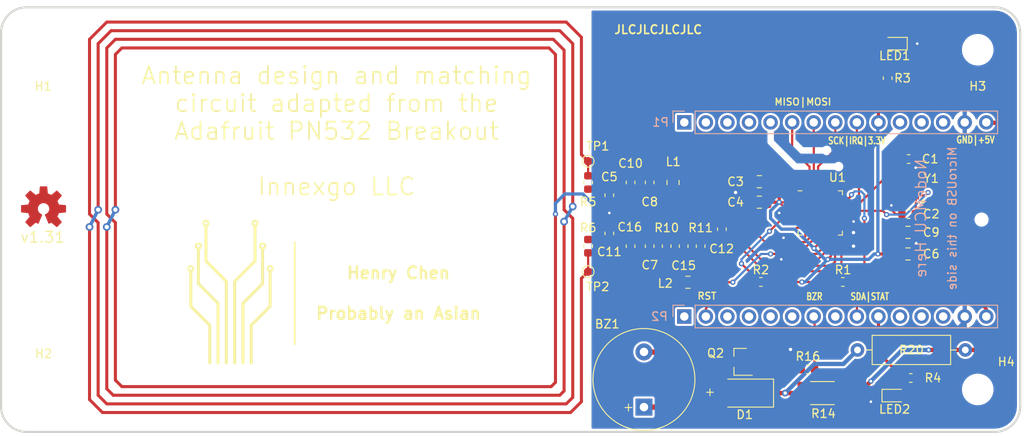
<source format=kicad_pcb>
(kicad_pcb (version 20171130) (host pcbnew "(5.1.6)-1")
  (layers (0 F.Cu signal) (31 B.Cu signal) (34 B.Paste user) (35 F.Paste user) (36 B.SilkS user) (37 F.SilkS user) (38 B.Mask user) (39 F.Mask user) (44 Edge.Cuts user))
  (net 0 "")
  (net 1 GND)
  (net 2 +5V)
  (net 3 "Net-(C1-Pad2)")
  (net 4 "Net-(C2-Pad2)")
  (net 5 +3V3)
  (net 6 "Net-(C10-Pad2)")
  (net 7 "Net-(C16-Pad2)")
  (net 8 "Net-(C10-Pad1)")
  (net 9 "Net-(C11-Pad1)")
  (net 10 "Net-(C12-Pad2)")
  (net 11 "Net-(C15-Pad2)")
  (net 12 "Net-(C15-Pad1)")
  (net 13 "Net-(L1-Pad2)")
  (net 14 "Net-(L2-Pad1)")
  (net 15 "Net-(LED1-Pad2)")
  (net 16 "Net-(LED2-Pad2)")
  (net 17 /SCK)
  (net 18 /MISO)
  (net 19 /MOSI)
  (net 20 /IRQ)
  (net 21 /GPIO-TH)
  (net 22 /STATUS)
  (net 23 /SDA)
  (net 24 /RST)
  (net 25 "Net-(Q2-Pad1)")
  (net 26 "Net-(BZ1-Pad2)")
  (net 27 "Net-(BZ1-Pad1)")
  (net 28 "Net-(P1-Pad13)")
  (net 29 "Net-(P1-Pad12)")
  (net 30 "Net-(P1-Pad4)")
  (net 31 "Net-(P1-Pad3)")
  (net 32 "Net-(P1-Pad2)")
  (net 33 "Net-(P1-Pad1)")
  (net 34 "Net-(P2-Pad13)")
  (net 35 "Net-(P2-Pad12)")
  (net 36 "Net-(P2-Pad11)")
  (net 37 "Net-(P2-Pad5)")
  (net 38 "Net-(P2-Pad4)")
  (net 39 "Net-(P2-Pad1)")
  (net 40 "Net-(U1-Pad1)")
  (net 41 "Net-(U1-Pad7)")
  (net 42 "Net-(U1-Pad8)")
  (net 43 "Net-(U1-Pad9)")
  (net 44 "Net-(U1-Pad19)")
  (net 45 "Net-(U1-Pad20)")
  (net 46 "Net-(U1-Pad25)")
  (net 47 "Net-(U1-Pad26)")
  (net 48 "Net-(U1-Pad27)")
  (net 49 "Net-(U1-Pad28)")
  (net 50 "Net-(P2-Pad8)")
  (net 51 "Net-(P2-Pad6)")
  (net 52 "Net-(P2-Pad3)")
  (net 53 "Net-(P1-Pad11)")
  (net 54 "Net-(P1-Pad5)")
  (module Capacitor_SMD:C_0805_2012Metric (layer F.Cu) (at 125.16536 80.645635 180)
    (fp_text reference C4 (at 2.794 0) (layer F.SilkS))
    (fp_text value 1uF)
    (pad 1 smd roundrect (at -0.9375 0 180) (size 0.975 1.4) (layers F.Cu F.Paste F.Mask) (net 5 +3V3))
    (pad 2 smd roundrect (at 0.9375 0 180) (size 0.975 1.4) (layers F.Cu F.Paste F.Mask) (net 1 GND))
  )
  (module Resistor_THT:R_Axial_DIN0309_L9.0mm_D3.2mm_P12.70mm_Horizontal (layer F.Cu) (at 136.72236 98.044635)
    (fp_text reference R20 (at 6.35 0) (layer F.SilkS))
    (fp_text value R_Axial)
    (pad 2 thru_hole oval (at 12.7 0) (size 1.6 1.6) (drill 0.8) (layers *.Cu *.Mask) (net 2 +5V))
    (pad 1 thru_hole circle (at 0 0) (size 1.6 1.6) (drill 0.8) (layers *.Cu *.Mask) (net 27 "Net-(BZ1-Pad1)"))
  )
  (module Diode_SMD:D_SMA (layer F.Cu) (at 123.444 103.124 180)
    (fp_text reference D1 (at 0 -2.54) (layer F.SilkS))
    (fp_text value D_Schottky)
    (pad 2 smd rect (at 2 0 180) (size 2.5 1.8) (layers F.Cu F.Paste F.Mask) (net 26 "Net-(BZ1-Pad2)"))
    (pad 1 smd rect (at -2 0 180) (size 2.5 1.8) (layers F.Cu F.Paste F.Mask) (net 27 "Net-(BZ1-Pad1)"))
  )
  (module Inductor_SMD:L_0805_2012Metric (layer F.Cu) (at 116.75736 90.073635 180)
    (fp_text reference L2 (at 2.667 -0.127) (layer F.SilkS))
    (fp_text value 560nH)
    (pad 2 smd roundrect (at 0.9375 0 180) (size 0.975 1.4) (layers F.Cu F.Paste F.Mask) (net 7 "Net-(C16-Pad2)"))
    (pad 1 smd roundrect (at -0.9375 0 180) (size 0.975 1.4) (layers F.Cu F.Paste F.Mask) (net 14 "Net-(L2-Pad1)"))
  )
  (module Capacitor_SMD:C_0603_1608Metric (layer F.Cu) (at 107.50736 84.323635 90)
    (fp_text reference C11 (at -2.159 0 180) (layer F.SilkS))
    (fp_text value 100pF)
    (pad 2 smd roundrect (at 0.7875 0 90) (size 0.875 0.95) (layers F.Cu F.Paste F.Mask) (net 1 GND))
    (pad 1 smd roundrect (at -0.7875 0 90) (size 0.875 0.95) (layers F.Cu F.Paste F.Mask) (net 9 "Net-(C11-Pad1)"))
  )
  (module Capacitor_SMD:C_0603_1608Metric (layer F.Cu) (at 112.25736 85.823635 90)
    (fp_text reference C7 (at -2.225635 0.01636 180) (layer F.SilkS))
    (fp_text value 220pF)
    (pad 2 smd roundrect (at 0.7875 0 90) (size 0.875 0.95) (layers F.Cu F.Paste F.Mask) (net 1 GND))
    (pad 1 smd roundrect (at -0.7875 0 90) (size 0.875 0.95) (layers F.Cu F.Paste F.Mask) (net 7 "Net-(C16-Pad2)"))
  )
  (module Capacitor_SMD:C_0603_1608Metric (layer F.Cu) (at 110.00736 85.823635 270)
    (fp_text reference C16 (at -2.25 0.09764 180) (layer F.SilkS))
    (fp_text value 22pF)
    (pad 2 smd roundrect (at 0.7875 0 270) (size 0.875 0.95) (layers F.Cu F.Paste F.Mask) (net 7 "Net-(C16-Pad2)"))
    (pad 1 smd roundrect (at -0.7875 0 270) (size 0.875 0.95) (layers F.Cu F.Paste F.Mask) (net 9 "Net-(C11-Pad1)"))
  )
  (module Capacitor_SMD:C_0603_1608Metric (layer F.Cu) (at 110.00736 78.323635 270)
    (fp_text reference C10 (at -2.25 0 180) (layer F.SilkS))
    (fp_text value 22pF)
    (pad 2 smd roundrect (at 0.7875 0 270) (size 0.875 0.95) (layers F.Cu F.Paste F.Mask) (net 6 "Net-(C10-Pad2)"))
    (pad 1 smd roundrect (at -0.7875 0 270) (size 0.875 0.95) (layers F.Cu F.Paste F.Mask) (net 8 "Net-(C10-Pad1)"))
  )
  (module Oscillator:Oscillator_SMD_EuroQuartz_XO32-4Pin_3.2x2.5mm (layer F.Cu) (at 142.748 78.74 90)
    (fp_text reference Y1 (at 0.889 2.667 180) (layer F.SilkS))
    (fp_text value "27.12 MHz")
    (pad 4 smd rect (at -1.075 -0.775 90) (size 1 0.9) (layers F.Cu F.Paste F.Mask) (net 1 GND))
    (pad 3 smd rect (at 1.075 -0.775 90) (size 1 0.9) (layers F.Cu F.Paste F.Mask) (net 3 "Net-(C1-Pad2)"))
    (pad 2 smd rect (at 1.075 0.775 90) (size 1 0.9) (layers F.Cu F.Paste F.Mask) (net 1 GND))
    (pad 1 smd rect (at -1.075 0.775 90) (size 1 0.9) (layers F.Cu F.Paste F.Mask) (net 4 "Net-(C2-Pad2)"))
  )
  (module Buzzer_Beeper:Buzzer_12x9.5RM6.5 (layer F.Cu) (at 111.5822 101.5238 90)
    (fp_text reference BZ1 (at 6.5266 -4.318 180) (layer F.SilkS))
    (fp_text value Buzzer)
    (pad 2 thru_hole circle (at 3.25 0 90) (size 2 2) (drill 1) (layers *.Cu *.Mask) (net 26 "Net-(BZ1-Pad2)"))
    (pad 1 thru_hole rect (at -3.25 0 90) (size 2 2) (drill 1) (layers *.Cu *.Mask) (net 27 "Net-(BZ1-Pad1)"))
  )
  (module Connector_PinHeader_2.54mm:PinHeader_1x15_P2.54mm_Vertical (layer B.Cu) (at 116.332 94.107 270)
    (fp_text reference P2 (at 0 2.921 180) (layer B.SilkS) (effects (justify mirror)))
    (fp_text value "ESP32 NODEMCU DEVKIT1 RIGHT HEADER-MALE-2.54")
    (pad 15 thru_hole oval (at 0 -35.56 270) (size 1.7 1.7) (drill 1) (layers *.Cu *.Mask) (net 5 +3V3))
    (pad 14 thru_hole oval (at 0 -33.02 270) (size 1.7 1.7) (drill 1) (layers *.Cu *.Mask) (net 1 GND))
    (pad 13 thru_hole oval (at 0 -30.48 270) (size 1.7 1.7) (drill 1) (layers *.Cu *.Mask) (net 34 "Net-(P2-Pad13)"))
    (pad 12 thru_hole oval (at 0 -27.94 270) (size 1.7 1.7) (drill 1) (layers *.Cu *.Mask) (net 35 "Net-(P2-Pad12)"))
    (pad 11 thru_hole oval (at 0 -25.4 270) (size 1.7 1.7) (drill 1) (layers *.Cu *.Mask) (net 36 "Net-(P2-Pad11)"))
    (pad 10 thru_hole oval (at 0 -22.86 270) (size 1.7 1.7) (drill 1) (layers *.Cu *.Mask) (net 22 /STATUS))
    (pad 9 thru_hole oval (at 0 -20.32 270) (size 1.7 1.7) (drill 1) (layers *.Cu *.Mask) (net 23 /SDA))
    (pad 8 thru_hole oval (at 0 -17.78 270) (size 1.7 1.7) (drill 1) (layers *.Cu *.Mask) (net 50 "Net-(P2-Pad8)"))
    (pad 7 thru_hole oval (at 0 -15.24 270) (size 1.7 1.7) (drill 1) (layers *.Cu *.Mask) (net 21 /GPIO-TH))
    (pad 6 thru_hole oval (at 0 -12.7 270) (size 1.7 1.7) (drill 1) (layers *.Cu *.Mask) (net 51 "Net-(P2-Pad6)"))
    (pad 5 thru_hole oval (at 0 -10.16 270) (size 1.7 1.7) (drill 1) (layers *.Cu *.Mask) (net 37 "Net-(P2-Pad5)"))
    (pad 4 thru_hole oval (at 0 -7.62 270) (size 1.7 1.7) (drill 1) (layers *.Cu *.Mask) (net 38 "Net-(P2-Pad4)"))
    (pad 3 thru_hole oval (at 0 -5.08 270) (size 1.7 1.7) (drill 1) (layers *.Cu *.Mask) (net 52 "Net-(P2-Pad3)"))
    (pad 2 thru_hole oval (at 0 -2.54 270) (size 1.7 1.7) (drill 1) (layers *.Cu *.Mask) (net 24 /RST))
    (pad 1 thru_hole rect (at 0 0 270) (size 1.7 1.7) (drill 1) (layers *.Cu *.Mask) (net 39 "Net-(P2-Pad1)"))
  )
  (module Connector_PinHeader_2.54mm:PinHeader_1x15_P2.54mm_Vertical (layer B.Cu) (at 116.332 71.247 270)
    (fp_text reference P1 (at 0 2.794 180) (layer B.SilkS) (effects (justify mirror)))
    (fp_text value "ESP32 NODEMCU DEVKIT1 LEFT HEADER-MALE-2.54")
    (pad 15 thru_hole oval (at 0 -35.56 270) (size 1.7 1.7) (drill 1) (layers *.Cu *.Mask) (net 2 +5V))
    (pad 14 thru_hole oval (at 0 -33.02 270) (size 1.7 1.7) (drill 1) (layers *.Cu *.Mask) (net 1 GND))
    (pad 13 thru_hole oval (at 0 -30.48 270) (size 1.7 1.7) (drill 1) (layers *.Cu *.Mask) (net 28 "Net-(P1-Pad13)"))
    (pad 12 thru_hole oval (at 0 -27.94 270) (size 1.7 1.7) (drill 1) (layers *.Cu *.Mask) (net 29 "Net-(P1-Pad12)"))
    (pad 11 thru_hole oval (at 0 -25.4 270) (size 1.7 1.7) (drill 1) (layers *.Cu *.Mask) (net 53 "Net-(P1-Pad11)"))
    (pad 10 thru_hole oval (at 0 -22.86 270) (size 1.7 1.7) (drill 1) (layers *.Cu *.Mask) (net 5 +3V3))
    (pad 9 thru_hole oval (at 0 -20.32 270) (size 1.7 1.7) (drill 1) (layers *.Cu *.Mask) (net 20 /IRQ))
    (pad 8 thru_hole oval (at 0 -17.78 270) (size 1.7 1.7) (drill 1) (layers *.Cu *.Mask) (net 17 /SCK))
    (pad 7 thru_hole oval (at 0 -15.24 270) (size 1.7 1.7) (drill 1) (layers *.Cu *.Mask) (net 19 /MOSI))
    (pad 6 thru_hole oval (at 0 -12.7 270) (size 1.7 1.7) (drill 1) (layers *.Cu *.Mask) (net 18 /MISO))
    (pad 5 thru_hole oval (at 0 -10.16 270) (size 1.7 1.7) (drill 1) (layers *.Cu *.Mask) (net 54 "Net-(P1-Pad5)"))
    (pad 4 thru_hole oval (at 0 -7.62 270) (size 1.7 1.7) (drill 1) (layers *.Cu *.Mask) (net 30 "Net-(P1-Pad4)"))
    (pad 3 thru_hole oval (at 0 -5.08 270) (size 1.7 1.7) (drill 1) (layers *.Cu *.Mask) (net 31 "Net-(P1-Pad3)"))
    (pad 2 thru_hole oval (at 0 -2.54 270) (size 1.7 1.7) (drill 1) (layers *.Cu *.Mask) (net 32 "Net-(P1-Pad2)"))
    (pad 1 thru_hole rect (at 0 0 270) (size 1.7 1.7) (drill 1) (layers *.Cu *.Mask) (net 33 "Net-(P1-Pad1)"))
  )
  (module Custom:TOOLING_HOLE_JLCPCB_SMT (layer F.Cu) (at 40.885 92.696)
    (fp_text reference H6 hide)
    (fp_text value ToolingHole hide)
    (pad "" np_thru_hole circle (at 0 0) (size 1.152 1.152) (drill 1.152) (layers *.Cu *.Mask))
  )
  (module Custom:TOOLING_HOLE_JLCPCB_SMT (layer F.Cu) (at 40.885 72.696)
    (fp_text reference H5 hide)
    (fp_text value ToolingHole hide)
    (pad "" np_thru_hole circle (at 0 0) (size 1.152 1.152) (drill 1.152) (layers *.Cu *.Mask))
  )
  (module Custom:TOOLING_HOLE_JLCPCB_SMT (layer F.Cu) (at 151.3332 82.696)
    (fp_text reference H7 hide)
    (fp_text value ToolingHole hide)
    (pad "" np_thru_hole circle (at 0 0) (size 1.152 1.152) (drill 1.152) (layers *.Cu *.Mask))
  )
  (module Custom:OSHWLOGO_TOP_0.2 (layer F.Cu) (at 40.885 81.426)
    (fp_text reference LG1 hide)
    (fp_text value Logo_Open_Hardware_Small hide)
    (fp_poly (pts (xy 0.668 1.613) (xy 0.8 1.552) (xy 0.925 1.481) (xy 1.564 2.002) (xy 2.002 1.564) (xy 1.481 0.925) (xy 1.574 0.756) (xy 1.648 0.578) (xy 1.702 0.393) (xy 2.521 0.31) (xy 2.521 -0.31) (xy 1.702 -0.393) (xy 1.648 -0.578) (xy 1.574 -0.756) (xy 1.481 -0.925) (xy 2.002 -1.564) (xy 1.564 -2.002) (xy 0.925 -1.481) (xy 0.756 -1.574) (xy 0.578 -1.648) (xy 0.393 -1.702) (xy 0.31 -2.521) (xy -0.31 -2.521) (xy -0.393 -1.702) (xy -0.578 -1.648) (xy -0.756 -1.574) (xy -0.925 -1.481) (xy -1.564 -2.002) (xy -2.002 -1.564) (xy -1.481 -0.925) (xy -1.574 -0.756) (xy -1.648 -0.578) (xy -1.702 -0.393) (xy -2.521 -0.31) (xy -2.521 0.31) (xy -1.702 0.393) (xy -1.648 0.578) (xy -1.574 0.756) (xy -1.481 0.925) (xy -2.002 1.564) (xy -1.564 2.002) (xy -0.925 1.481) (xy -0.8 1.552) (xy -0.668 1.613) (xy -0.304 0.733) (xy -0.388 0.693) (xy -0.467 0.642) (xy -0.539 0.583) (xy -0.604 0.516) (xy -0.66 0.441) (xy -0.707 0.36) (xy -0.745 0.275) (xy -0.772 0.185) (xy -0.788 0.093) (xy -0.794 0) (xy -0.788 -0.098) (xy -0.77 -0.194) (xy -0.74 -0.287) (xy -0.699 -0.376) (xy -0.647 -0.459) (xy -0.586 -0.535) (xy -0.516 -0.604) (xy -0.437 -0.662) (xy -0.352 -0.711) (xy -0.262 -0.749) (xy -0.168 -0.776) (xy -0.071 -0.79) (xy 0.027 -0.793) (xy 0.124 -0.784) (xy 0.22 -0.763) (xy 0.312 -0.73) (xy 0.399 -0.686) (xy 0.481 -0.631) (xy 0.555 -0.567) (xy 0.621 -0.495) (xy 0.677 -0.415) (xy 0.723 -0.328) (xy 0.758 -0.237) (xy 0.781 -0.142) (xy 0.792 -0.044) (xy 0.792 0.053) (xy 0.779 0.151) (xy 0.755 0.245) (xy 0.719 0.336) (xy 0.672 0.422) (xy 0.615 0.502) (xy 0.549 0.574) (xy 0.474 0.637) (xy 0.392 0.69) (xy 0.304 0.733)) (layer F.Cu) (width 0))
    (fp_line (start 0.925 1.481) (end 1.564 2.002) (layer F.Cu) (width 0.254))
    (fp_line (start 1.564 2.002) (end 2.002 1.564) (layer F.Cu) (width 0.254))
    (fp_line (start 2.002 1.564) (end 1.481 0.925) (layer F.Cu) (width 0.254))
    (fp_line (start 1.702 0.393) (end 2.521 0.31) (layer F.Cu) (width 0.254))
    (fp_line (start 2.521 0.31) (end 2.521 -0.31) (layer F.Cu) (width 0.254))
    (fp_line (start 2.521 -0.31) (end 1.702 -0.393) (layer F.Cu) (width 0.254))
    (fp_line (start 1.481 -0.925) (end 2.002 -1.564) (layer F.Cu) (width 0.254))
    (fp_line (start 2.002 -1.564) (end 1.564 -2.002) (layer F.Cu) (width 0.254))
    (fp_line (start 1.564 -2.002) (end 0.925 -1.481) (layer F.Cu) (width 0.254))
    (fp_line (start 0.393 -1.702) (end 0.31 -2.521) (layer F.Cu) (width 0.254))
    (fp_line (start 0.31 -2.521) (end -0.31 -2.521) (layer F.Cu) (width 0.254))
    (fp_line (start -0.31 -2.521) (end -0.393 -1.702) (layer F.Cu) (width 0.254))
    (fp_line (start -0.925 -1.481) (end -1.564 -2.002) (layer F.Cu) (width 0.254))
    (fp_line (start -1.564 -2.002) (end -2.002 -1.564) (layer F.Cu) (width 0.254))
    (fp_line (start -2.002 -1.564) (end -1.481 -0.925) (layer F.Cu) (width 0.254))
    (fp_line (start -1.702 -0.393) (end -2.521 -0.31) (layer F.Cu) (width 0.254))
    (fp_line (start -2.521 -0.31) (end -2.521 0.31) (layer F.Cu) (width 0.254))
    (fp_line (start -2.521 0.31) (end -1.702 0.393) (layer F.Cu) (width 0.254))
    (fp_line (start -1.481 0.925) (end -2.002 1.564) (layer F.Cu) (width 0.254))
    (fp_line (start -2.002 1.564) (end -1.564 2.002) (layer F.Cu) (width 0.254))
    (fp_line (start -1.564 2.002) (end -0.925 1.481) (layer F.Cu) (width 0.254))
    (fp_line (start -0.668 1.613) (end -0.304 0.733) (layer F.Cu) (width 0.254))
    (fp_line (start 0.304 0.733) (end 0.668 1.613) (layer F.Cu) (width 0.254))
    (fp_arc (start 0 0) (end -0.794 0) (angle 247.499) (layer F.Cu) (width 0.254))
    (fp_arc (start 0 0) (end -0.304 0.733) (angle 67.496) (layer F.Cu) (width 0.254))
    (fp_arc (start 0.001 0) (end -0.668 1.613) (angle 9.501) (layer F.Cu) (width 0.254))
    (fp_arc (start 0 0) (end -1.481 0.925) (angle 19.004) (layer F.Cu) (width 0.254))
    (fp_arc (start 0 0) (end -1.702 -0.393) (angle 19.004) (layer F.Cu) (width 0.254))
    (fp_arc (start 0 0) (end -0.925 -1.481) (angle 19.004) (layer F.Cu) (width 0.254))
    (fp_arc (start 0 0) (end 0.393 -1.702) (angle 19.004) (layer F.Cu) (width 0.254))
    (fp_arc (start 0 0) (end 1.481 -0.925) (angle 19.004) (layer F.Cu) (width 0.254))
    (fp_arc (start 0 0) (end 1.702 0.393) (angle 19.004) (layer F.Cu) (width 0.254))
    (fp_arc (start -0.001 0) (end 0.925 1.481) (angle 9.501) (layer F.Cu) (width 0.254))
  )
  (module MountingHole:MountingHole_3.2mm_M3 (layer F.Cu) (at 40.885 102.696)
    (fp_text reference H2 (at 0 -4.2) (layer F.SilkS))
    (fp_text value MountingHole)
    (pad 1 np_thru_hole circle (at 0 0) (size 3.2 3.2) (drill 3.2) (layers *.Cu *.Mask))
  )
  (module MountingHole:MountingHole_3.2mm_M3 (layer F.Cu) (at 150.885 102.696)
    (fp_text reference H4 (at 3.36336 -3.254365) (layer F.SilkS))
    (fp_text value MountingHole)
    (pad 1 np_thru_hole circle (at 0 0) (size 3.2 3.2) (drill 3.2) (layers *.Cu *.Mask))
  )
  (module MountingHole:MountingHole_3.2mm_M3 (layer F.Cu) (at 150.885 62.696)
    (fp_text reference H3 (at 0 4.2965) (layer F.SilkS))
    (fp_text value MountingHole)
    (pad "" np_thru_hole circle (at 0 0) (size 3.2 3.2) (drill 3.2) (layers *.Cu *.Mask))
  )
  (module MountingHole:MountingHole_3.2mm_M3 (layer F.Cu) (at 40.885 62.696)
    (fp_text reference H1 (at -0.0418 4.2965) (layer F.SilkS))
    (fp_text value MountingHole)
    (pad 1 np_thru_hole circle (at 0 0) (size 3.2 3.2) (drill 3.2) (layers *.Cu *.Mask))
  )
  (module Resistor_SMD:R_0603_1608Metric (layer F.Cu) (at 135.001 90.043 180)
    (fp_text reference R1 (at -0.0254 1.4224) (layer F.SilkS))
    (fp_text value 1.0K)
    (pad 2 smd roundrect (at 0.7875 0 180) (size 0.875 0.95) (layers F.Cu F.Paste F.Mask) (net 5 +3V3))
    (pad 1 smd roundrect (at -0.7875 0 180) (size 0.875 0.95) (layers F.Cu F.Paste F.Mask) (net 23 /SDA))
  )
  (module TestPoint:TestPoint_Pad_D1.0mm (layer F.Cu) (at 105.00736 75.823635)
    (fp_text reference TP1 (at 1.143 -1.778) (layer F.SilkS))
    (fp_text value TestPoint_Probe)
    (pad 1 smd circle (at 0 0) (size 1 1) (layers F.Cu F.Mask) (net 1 GND))
  )
  (module TestPoint:TestPoint_Pad_D1.0mm (layer F.Cu) (at 105.00736 88.823635)
    (fp_text reference TP2 (at 1.143 1.778) (layer F.SilkS))
    (fp_text value TestPoint_Probe)
    (pad 1 smd circle (at 0 0) (size 1 1) (layers F.Cu F.Mask) (net 1 GND))
  )
  (module Package_DFN_QFN:QFN-32-1EP_5x5mm_P0.5mm_EP3.1x3.1mm (layer F.Cu) (at 132.334 81.915)
    (fp_text reference U1 (at 2.032 -4.191) (layer F.SilkS))
    (fp_text value MFRC522)
    (pad 32 smd roundrect (at -1.75 -2.4375) (size 0.25 0.875) (layers F.Cu F.Paste F.Mask) (net 5 +3V3))
    (pad 31 smd roundrect (at -1.25 -2.4375) (size 0.25 0.875) (layers F.Cu F.Paste F.Mask) (net 18 /MISO))
    (pad 30 smd roundrect (at -0.75 -2.4375) (size 0.25 0.875) (layers F.Cu F.Paste F.Mask) (net 19 /MOSI))
    (pad 29 smd roundrect (at -0.25 -2.4375) (size 0.25 0.875) (layers F.Cu F.Paste F.Mask) (net 17 /SCK))
    (pad 28 smd roundrect (at 0.25 -2.4375) (size 0.25 0.875) (layers F.Cu F.Paste F.Mask) (net 49 "Net-(U1-Pad28)"))
    (pad 27 smd roundrect (at 0.75 -2.4375) (size 0.25 0.875) (layers F.Cu F.Paste F.Mask) (net 48 "Net-(U1-Pad27)"))
    (pad 26 smd roundrect (at 1.25 -2.4375) (size 0.25 0.875) (layers F.Cu F.Paste F.Mask) (net 47 "Net-(U1-Pad26)"))
    (pad 25 smd roundrect (at 1.75 -2.4375) (size 0.25 0.875) (layers F.Cu F.Paste F.Mask) (net 46 "Net-(U1-Pad25)"))
    (pad 24 smd roundrect (at 2.4375 -1.75) (size 0.875 0.25) (layers F.Cu F.Paste F.Mask) (net 23 /SDA))
    (pad 23 smd roundrect (at 2.4375 -1.25) (size 0.875 0.25) (layers F.Cu F.Paste F.Mask) (net 20 /IRQ))
    (pad 22 smd roundrect (at 2.4375 -0.75) (size 0.875 0.25) (layers F.Cu F.Paste F.Mask) (net 3 "Net-(C1-Pad2)"))
    (pad 21 smd roundrect (at 2.4375 -0.25) (size 0.875 0.25) (layers F.Cu F.Paste F.Mask) (net 4 "Net-(C2-Pad2)"))
    (pad 20 smd roundrect (at 2.4375 0.25) (size 0.875 0.25) (layers F.Cu F.Paste F.Mask) (net 45 "Net-(U1-Pad20)"))
    (pad 19 smd roundrect (at 2.4375 0.75) (size 0.875 0.25) (layers F.Cu F.Paste F.Mask) (net 44 "Net-(U1-Pad19)"))
    (pad 18 smd roundrect (at 2.4375 1.25) (size 0.875 0.25) (layers F.Cu F.Paste F.Mask) (net 1 GND))
    (pad 17 smd roundrect (at 2.4375 1.75) (size 0.875 0.25) (layers F.Cu F.Paste F.Mask) (net 12 "Net-(C15-Pad1)"))
    (pad 16 smd roundrect (at 1.75 2.4375) (size 0.25 0.875) (layers F.Cu F.Paste F.Mask) (net 10 "Net-(C12-Pad2)"))
    (pad 15 smd roundrect (at 1.25 2.4375) (size 0.25 0.875) (layers F.Cu F.Paste F.Mask) (net 5 +3V3))
    (pad 14 smd roundrect (at 0.75 2.4375) (size 0.25 0.875) (layers F.Cu F.Paste F.Mask) (net 1 GND))
    (pad 13 smd roundrect (at 0.25 2.4375) (size 0.25 0.875) (layers F.Cu F.Paste F.Mask) (net 14 "Net-(L2-Pad1)"))
    (pad 12 smd roundrect (at -0.25 2.4375) (size 0.25 0.875) (layers F.Cu F.Paste F.Mask) (net 5 +3V3))
    (pad 11 smd roundrect (at -0.75 2.4375) (size 0.25 0.875) (layers F.Cu F.Paste F.Mask) (net 13 "Net-(L1-Pad2)"))
    (pad 10 smd roundrect (at -1.25 2.4375) (size 0.25 0.875) (layers F.Cu F.Paste F.Mask) (net 1 GND))
    (pad 9 smd roundrect (at -1.75 2.4375) (size 0.25 0.875) (layers F.Cu F.Paste F.Mask) (net 43 "Net-(U1-Pad9)"))
    (pad 8 smd roundrect (at -2.4375 1.75) (size 0.875 0.25) (layers F.Cu F.Paste F.Mask) (net 42 "Net-(U1-Pad8)"))
    (pad 7 smd roundrect (at -2.4375 1.25) (size 0.875 0.25) (layers F.Cu F.Paste F.Mask) (net 41 "Net-(U1-Pad7)"))
    (pad 6 smd roundrect (at -2.4375 0.75) (size 0.875 0.25) (layers F.Cu F.Paste F.Mask) (net 24 /RST))
    (pad 5 smd roundrect (at -2.4375 0.25) (size 0.875 0.25) (layers F.Cu F.Paste F.Mask) (net 1 GND))
    (pad 4 smd roundrect (at -2.4375 -0.25) (size 0.875 0.25) (layers F.Cu F.Paste F.Mask) (net 1 GND))
    (pad 3 smd roundrect (at -2.4375 -0.75) (size 0.875 0.25) (layers F.Cu F.Paste F.Mask) (net 5 +3V3))
    (pad 2 smd roundrect (at -2.4375 -1.25) (size 0.875 0.25) (layers F.Cu F.Paste F.Mask) (net 5 +3V3))
    (pad 1 smd roundrect (at -2.4375 -1.75) (size 0.875 0.25) (layers F.Cu F.Paste F.Mask) (net 40 "Net-(U1-Pad1)"))
    (pad 33 smd roundrect (at 0 0) (size 3.1 3.1) (layers F.Cu F.Mask) (roundrect_rratio 0.08064499999999999))
  )
  (module Resistor_SMD:R_0603_1608Metric (layer F.Cu) (at 130.8862 100.33 180)
    (fp_text reference R16 (at 0 1.524) (layer F.SilkS) (effects (font (thickness 0.153))))
    (fp_text value 240)
    (pad 2 smd roundrect (at 0.7875 0 180) (size 0.875 0.95) (layers F.Cu F.Paste F.Mask) (net 25 "Net-(Q2-Pad1)"))
    (pad 1 smd roundrect (at -0.7875 0 180) (size 0.875 0.95) (layers F.Cu F.Paste F.Mask) (net 21 /GPIO-TH))
  )
  (module Resistor_SMD:R_2010_5025Metric (layer F.Cu) (at 132.588 103.124 180)
    (fp_text reference R14 (at -0.127 -2.413) (layer F.SilkS))
    (fp_text value 39)
    (pad 2 smd roundrect (at 2.25 0 180) (size 1.35 2.65) (layers F.Cu F.Paste F.Mask) (roundrect_rratio 0.185185) (net 27 "Net-(BZ1-Pad1)"))
    (pad 1 smd roundrect (at -2.25 0 180) (size 1.35 2.65) (layers F.Cu F.Paste F.Mask) (roundrect_rratio 0.185185) (net 2 +5V))
  )
  (module Resistor_SMD:R_0603_1608Metric (layer F.Cu) (at 118.25736 85.823635 90)
    (fp_text reference R11 (at 2.159 0 180) (layer F.SilkS))
    (fp_text value 1.0K)
    (pad 2 smd roundrect (at 0.7875 0 90) (size 0.875 0.95) (layers F.Cu F.Paste F.Mask) (net 10 "Net-(C12-Pad2)"))
    (pad 1 smd roundrect (at -0.7875 0 90) (size 0.875 0.95) (layers F.Cu F.Paste F.Mask) (net 12 "Net-(C15-Pad1)"))
  )
  (module Resistor_SMD:R_0603_1608Metric (layer F.Cu) (at 114.25736 85.823635 270)
    (fp_text reference R10 (at -2.159 0 180) (layer F.SilkS))
    (fp_text value 1.69K)
    (pad 2 smd roundrect (at 0.7875 0 270) (size 0.875 0.95) (layers F.Cu F.Paste F.Mask) (net 7 "Net-(C16-Pad2)"))
    (pad 1 smd roundrect (at -0.7875 0 270) (size 0.875 0.95) (layers F.Cu F.Paste F.Mask) (net 11 "Net-(C15-Pad2)"))
  )
  (module Resistor_SMD:R_0603_1608Metric (layer F.Cu) (at 105.00736 85.823635 270)
    (fp_text reference R6 (at -2.159 0 180) (layer F.SilkS))
    (fp_text value 1.5)
    (pad 2 smd roundrect (at 0.7875 0 270) (size 0.875 0.95) (layers F.Cu F.Paste F.Mask) (net 1 GND))
    (pad 1 smd roundrect (at -0.7875 0 270) (size 0.875 0.95) (layers F.Cu F.Paste F.Mask) (net 9 "Net-(C11-Pad1)"))
  )
  (module Resistor_SMD:R_0603_1608Metric (layer F.Cu) (at 105.00736 78.323635 270)
    (fp_text reference R5 (at 2.286 0 180) (layer F.SilkS))
    (fp_text value 1.5)
    (pad 2 smd roundrect (at 0.7875 0 270) (size 0.875 0.95) (layers F.Cu F.Paste F.Mask) (net 6 "Net-(C10-Pad2)"))
    (pad 1 smd roundrect (at -0.7875 0 270) (size 0.875 0.95) (layers F.Cu F.Paste F.Mask) (net 1 GND))
  )
  (module Resistor_SMD:R_0603_1608Metric (layer F.Cu) (at 143.002 101.346)
    (fp_text reference R4 (at 2.61036 0.000635) (layer F.SilkS))
    (fp_text value 24)
    (pad 2 smd roundrect (at 0.7875 0) (size 0.875 0.95) (layers F.Cu F.Paste F.Mask) (net 16 "Net-(LED2-Pad2)"))
    (pad 1 smd roundrect (at -0.7875 0) (size 0.875 0.95) (layers F.Cu F.Paste F.Mask) (net 22 /STATUS))
  )
  (module Resistor_SMD:R_0603_1608Metric (layer F.Cu) (at 140.27836 66.040635 90)
    (fp_text reference R3 (at 0 1.75 180) (layer F.SilkS))
    (fp_text value 24)
    (pad 2 smd roundrect (at 0.7875 0 90) (size 0.875 0.95) (layers F.Cu F.Paste F.Mask) (net 15 "Net-(LED1-Pad2)"))
    (pad 1 smd roundrect (at -0.7875 0 90) (size 0.875 0.95) (layers F.Cu F.Paste F.Mask) (net 5 +3V3))
  )
  (module Resistor_SMD:R_0603_1608Metric (layer F.Cu) (at 125.349 90.043)
    (fp_text reference R2 (at 0 -1.43) (layer F.SilkS))
    (fp_text value 1.0K)
    (pad 2 smd roundrect (at 0.7875 0) (size 0.875 0.95) (layers F.Cu F.Paste F.Mask) (net 5 +3V3))
    (pad 1 smd roundrect (at -0.7875 0) (size 0.875 0.95) (layers F.Cu F.Paste F.Mask) (net 24 /RST))
  )
  (module Package_TO_SOT_SMD:SOT-23 (layer F.Cu) (at 122.936 99.441 180)
    (fp_text reference Q2 (at 2.921 1.016) (layer F.SilkS))
    (fp_text value Q_NPN_BEC)
    (pad 3 smd rect (at 1 0 180) (size 0.9 0.8) (layers F.Cu F.Paste F.Mask) (net 26 "Net-(BZ1-Pad2)"))
    (pad 2 smd rect (at -1 0.95 180) (size 0.9 0.8) (layers F.Cu F.Paste F.Mask) (net 1 GND))
    (pad 1 smd rect (at -1 -0.95 180) (size 0.9 0.8) (layers F.Cu F.Paste F.Mask) (net 25 "Net-(Q2-Pad1)"))
  )
  (module LED_SMD:LED_0603_1608Metric (layer F.Cu) (at 141.097 103.416)
    (fp_text reference LED2 (at 0 1.613) (layer F.SilkS))
    (fp_text value LED_BLUE)
    (pad 1 smd roundrect (at -0.7875 0) (size 0.875 0.95) (layers F.Cu F.Paste F.Mask) (net 1 GND))
    (pad 2 smd roundrect (at 0.7875 0) (size 0.875 0.95) (layers F.Cu F.Paste F.Mask) (net 16 "Net-(LED2-Pad2)"))
  )
  (module LED_SMD:LED_0603_1608Metric (layer F.Cu) (at 141.097 61.976 180)
    (fp_text reference LED1 (at 0 -1.43) (layer F.SilkS))
    (fp_text value LED_GREEN)
    (pad 1 smd roundrect (at -0.7875 0 180) (size 0.875 0.95) (layers F.Cu F.Paste F.Mask) (net 1 GND))
    (pad 2 smd roundrect (at 0.7875 0 180) (size 0.875 0.95) (layers F.Cu F.Paste F.Mask) (net 15 "Net-(LED1-Pad2)"))
  )
  (module Inductor_SMD:L_0805_2012Metric (layer F.Cu) (at 115.00736 78.323635 270)
    (fp_text reference L1 (at -2.4384 -0.0254 180) (layer F.SilkS))
    (fp_text value 560nH)
    (pad 2 smd roundrect (at 0.9375 0 270) (size 0.975 1.4) (layers F.Cu F.Paste F.Mask) (net 13 "Net-(L1-Pad2)"))
    (pad 1 smd roundrect (at -0.9375 0 270) (size 0.975 1.4) (layers F.Cu F.Paste F.Mask) (net 8 "Net-(C10-Pad1)"))
  )
  (module Capacitor_SMD:C_0603_1608Metric (layer F.Cu) (at 116.25736 85.823635 90)
    (fp_text reference C15 (at -2.286 0 180) (layer F.SilkS))
    (fp_text value 1nF)
    (pad 2 smd roundrect (at 0.7875 0 90) (size 0.875 0.95) (layers F.Cu F.Paste F.Mask) (net 11 "Net-(C15-Pad2)"))
    (pad 1 smd roundrect (at -0.7875 0 90) (size 0.875 0.95) (layers F.Cu F.Paste F.Mask) (net 12 "Net-(C15-Pad1)"))
  )
  (module Capacitor_SMD:C_0603_1608Metric (layer F.Cu) (at 120.75736 83.823635 270)
    (fp_text reference C12 (at 2.3114 0.0254 180) (layer F.SilkS))
    (fp_text value 100nF)
    (pad 2 smd roundrect (at 0.7875 0 270) (size 0.875 0.95) (layers F.Cu F.Paste F.Mask) (net 10 "Net-(C12-Pad2)"))
    (pad 1 smd roundrect (at -0.7875 0 270) (size 0.875 0.95) (layers F.Cu F.Paste F.Mask) (net 1 GND))
  )
  (module Capacitor_SMD:C_0805_2012Metric (layer F.Cu) (at 142.672 84.201)
    (fp_text reference C9 (at 2.743 0) (layer F.SilkS))
    (fp_text value 1uF)
    (pad 2 smd roundrect (at 0.9375 0) (size 0.975 1.4) (layers F.Cu F.Paste F.Mask) (net 1 GND))
    (pad 1 smd roundrect (at -0.9375 0) (size 0.975 1.4) (layers F.Cu F.Paste F.Mask) (net 5 +3V3))
  )
  (module Capacitor_SMD:C_0603_1608Metric (layer F.Cu) (at 112.25736 78.323635 90)
    (fp_text reference C8 (at -2.286 0 180) (layer F.SilkS))
    (fp_text value 220pF)
    (pad 2 smd roundrect (at 0.7875 0 90) (size 0.875 0.95) (layers F.Cu F.Paste F.Mask) (net 8 "Net-(C10-Pad1)"))
    (pad 1 smd roundrect (at -0.7875 0 90) (size 0.875 0.95) (layers F.Cu F.Paste F.Mask) (net 1 GND))
  )
  (module Capacitor_SMD:C_0805_2012Metric (layer F.Cu) (at 142.672 86.741)
    (fp_text reference C6 (at 2.743 0) (layer F.SilkS))
    (fp_text value 1uF)
    (pad 2 smd roundrect (at 0.9375 0) (size 0.975 1.4) (layers F.Cu F.Paste F.Mask) (net 1 GND))
    (pad 1 smd roundrect (at -0.9375 0) (size 0.975 1.4) (layers F.Cu F.Paste F.Mask) (net 5 +3V3))
  )
  (module Capacitor_SMD:C_0603_1608Metric (layer F.Cu) (at 107.50736 79.823635 90)
    (fp_text reference C5 (at 2.159 0 180) (layer F.SilkS))
    (fp_text value 100pF)
    (pad 2 smd roundrect (at 0.7875 0 90) (size 0.875 0.95) (layers F.Cu F.Paste F.Mask) (net 6 "Net-(C10-Pad2)"))
    (pad 1 smd roundrect (at -0.7875 0 90) (size 0.875 0.95) (layers F.Cu F.Paste F.Mask) (net 1 GND))
  )
  (module Capacitor_SMD:C_0805_2012Metric (layer F.Cu) (at 125.16536 78.232635 180)
    (fp_text reference C3 (at 2.794 0) (layer F.SilkS))
    (fp_text value 1uF)
    (pad 1 smd roundrect (at -0.9375 0 180) (size 0.975 1.4) (layers F.Cu F.Paste F.Mask) (net 5 +3V3))
    (pad 2 smd roundrect (at 0.9375 0 180) (size 0.975 1.4) (layers F.Cu F.Paste F.Mask) (net 1 GND))
  )
  (module Capacitor_SMD:C_0603_1608Metric (layer F.Cu) (at 142.748 82.042)
    (fp_text reference C2 (at 2.667 0) (layer F.SilkS))
    (fp_text value 33pF)
    (pad 2 smd roundrect (at 0.7875 0) (size 0.875 0.95) (layers F.Cu F.Paste F.Mask) (net 4 "Net-(C2-Pad2)"))
    (pad 1 smd roundrect (at -0.7875 0) (size 0.875 0.95) (layers F.Cu F.Paste F.Mask) (net 1 GND))
  )
  (module Capacitor_SMD:C_0603_1608Metric (layer F.Cu) (at 142.748 75.565 180)
    (fp_text reference C1 (at -2.54 0) (layer F.SilkS))
    (fp_text value 33pF)
    (pad 2 smd roundrect (at 0.7875 0 180) (size 0.875 0.95) (layers F.Cu F.Paste F.Mask) (net 3 "Net-(C1-Pad2)"))
    (pad 1 smd roundrect (at -0.7875 0 180) (size 0.875 0.95) (layers F.Cu F.Paste F.Mask) (net 1 GND))
  )
  (gr_text BZR (at 130.6195 91.7575) (layer F.SilkS) (effects (font (size 0.813 0.635) (thickness 0.152)) (justify left)))
  (gr_text JLCJLCJLCJLC (at 113.25736 60.323635) (layer F.SilkS) (effects (font (size 1 1) (thickness 0.2))))
  (gr_line (start 110.15736 104.823635) (end 109.35736 104.823635) (layer F.SilkS) (width 0.12))
  (gr_line (start 109.75736 104.423635) (end 109.75736 105.223635) (layer F.SilkS) (width 0.12))
  (gr_line (start 118.95736 103.023635) (end 119.75736 103.023635) (layer F.SilkS) (width 0.12))
  (gr_line (start 119.35736 102.623635) (end 119.35736 103.423635) (layer F.SilkS) (width 0.12))
  (gr_circle (center 144.43036 80.562635) (end 144.43036 80.562635) (layer F.SilkS) (width 0.25))
  (gr_circle (center 67.56578 88.466295) (end 67.86078 88.466295) (layer F.SilkS) (width 0.24))
  (gr_circle (center 66.67678 85.799295) (end 66.97178 85.799295) (layer F.SilkS) (width 0.24))
  (gr_circle (center 65.78778 83.132295) (end 66.08278 83.132295) (layer F.SilkS) (width 0.24))
  (gr_circle (center 60.00928 83.132295) (end 60.30428 83.132295) (layer F.SilkS) (width 0.24))
  (gr_circle (center 59.12028 85.799295) (end 59.41528 85.799295) (layer F.SilkS) (width 0.24))
  (gr_circle (center 58.23128 88.466295) (end 58.52628 88.466295) (layer F.SilkS) (width 0.24))
  (gr_line (start 87.178896 88.875235) (end 87.178896 88.875235) (layer F.SilkS) (width 0.28))
  (gr_line (start 88.178131 88.675211) (end 88.178131 88.675211) (layer F.SilkS) (width 0.28))
  (gr_line (start 87.778082 88.808561) (end 87.844756 88.741886) (layer F.SilkS) (width 0.28))
  (gr_line (start 74.011919 93.035756) (end 74.011919 93.035756) (layer F.SilkS) (width 0.28))
  (gr_line (start 87.778082 88.675211) (end 87.778082 89.608661) (layer F.SilkS) (width 0.28))
  (gr_line (start 87.112221 88.741886) (end 87.178896 88.875235) (layer F.SilkS) (width 0.28))
  (gr_line (start 85.912071 88.875235) (end 85.845397 88.741886) (layer F.SilkS) (width 0.28))
  (gr_line (start 86.712172 88.675211) (end 86.712172 88.675211) (layer F.SilkS) (width 0.28))
  (gr_line (start 86.512146 88.875235) (end 86.512146 88.875235) (layer F.SilkS) (width 0.28))
  (gr_line (start 86.97887 89.608661) (end 86.712172 89.608661) (layer F.SilkS) (width 0.28))
  (gr_line (start 85.712045 88.675211) (end 85.712045 88.675211) (layer F.SilkS) (width 0.28))
  (gr_line (start 85.512022 88.675211) (end 85.37867 88.741886) (layer F.SilkS) (width 0.28))
  (gr_line (start 87.178896 89.008585) (end 86.512146 89.141936) (layer F.SilkS) (width 0.28))
  (gr_line (start 73.345168 92.969081) (end 73.345168 92.969081) (layer F.SilkS) (width 0.28))
  (gr_line (start 87.178896 88.875235) (end 87.178896 89.008585) (layer F.SilkS) (width 0.28))
  (gr_line (start 86.578821 89.541986) (end 86.578821 89.541986) (layer F.SilkS) (width 0.28))
  (gr_line (start 87.178896 89.008585) (end 87.178896 89.008585) (layer F.SilkS) (width 0.28))
  (gr_line (start 88.378157 88.875235) (end 88.378157 88.875235) (layer F.SilkS) (width 0.28))
  (gr_line (start 87.844756 88.741886) (end 87.978108 88.675211) (layer F.SilkS) (width 0.28))
  (gr_line (start 87.844756 88.741886) (end 87.844756 88.741886) (layer F.SilkS) (width 0.28))
  (gr_line (start 86.578821 89.541986) (end 86.512146 89.408635) (layer F.SilkS) (width 0.28))
  (gr_line (start 85.845397 88.741886) (end 85.845397 88.741886) (layer F.SilkS) (width 0.28))
  (gr_line (start 86.512146 88.875235) (end 86.578821 88.741886) (layer F.SilkS) (width 0.28))
  (gr_line (start 73.345168 94.368366) (end 73.345168 92.969081) (layer F.SilkS) (width 0.28))
  (gr_line (start 88.378157 88.875235) (end 88.378157 89.608661) (layer F.SilkS) (width 0.28))
  (gr_line (start 88.311482 88.741886) (end 88.378157 88.875235) (layer F.SilkS) (width 0.28))
  (gr_line (start 86.512146 89.408635) (end 86.512146 88.875235) (layer F.SilkS) (width 0.28))
  (gr_line (start 88.311482 88.741886) (end 88.311482 88.741886) (layer F.SilkS) (width 0.28))
  (gr_line (start 86.97887 88.675211) (end 86.97887 88.675211) (layer F.SilkS) (width 0.28))
  (gr_line (start 87.978108 88.675211) (end 87.978108 88.675211) (layer F.SilkS) (width 0.28))
  (gr_line (start 86.97887 88.675211) (end 87.112221 88.741886) (layer F.SilkS) (width 0.28))
  (gr_line (start 85.912071 88.875235) (end 85.912071 88.875235) (layer F.SilkS) (width 0.28))
  (gr_line (start 86.712172 89.608661) (end 86.712172 89.608661) (layer F.SilkS) (width 0.28))
  (gr_line (start 86.97887 89.608661) (end 86.97887 89.608661) (layer F.SilkS) (width 0.28))
  (gr_line (start 85.37867 88.741886) (end 85.311996 88.808561) (layer F.SilkS) (width 0.28))
  (gr_line (start 85.37867 88.741886) (end 85.37867 88.741886) (layer F.SilkS) (width 0.28))
  (gr_line (start 85.845397 88.741886) (end 85.712045 88.675211) (layer F.SilkS) (width 0.28))
  (gr_line (start 86.712172 88.675211) (end 86.97887 88.675211) (layer F.SilkS) (width 0.28))
  (gr_line (start 74.145268 93.23578) (end 74.145268 93.435806) (layer F.SilkS) (width 0.28))
  (gr_line (start 73.878569 92.969081) (end 73.878569 92.969081) (layer F.SilkS) (width 0.28))
  (gr_line (start 85.512022 88.675211) (end 85.512022 88.675211) (layer F.SilkS) (width 0.28))
  (gr_line (start 73.878569 92.969081) (end 74.011919 93.035756) (layer F.SilkS) (width 0.28))
  (gr_line (start 73.345168 92.969081) (end 73.878569 92.969081) (layer F.SilkS) (width 0.28))
  (gr_line (start 88.178131 88.675211) (end 88.311482 88.741886) (layer F.SilkS) (width 0.28))
  (gr_line (start 86.578821 88.741886) (end 86.712172 88.675211) (layer F.SilkS) (width 0.28))
  (gr_line (start 87.112221 89.541986) (end 86.97887 89.608661) (layer F.SilkS) (width 0.28))
  (gr_line (start 86.578821 88.741886) (end 86.578821 88.741886) (layer F.SilkS) (width 0.28))
  (gr_line (start 85.712045 88.675211) (end 85.512022 88.675211) (layer F.SilkS) (width 0.28))
  (gr_line (start 87.978108 88.675211) (end 88.178131 88.675211) (layer F.SilkS) (width 0.28))
  (gr_line (start 87.112221 88.741886) (end 87.112221 88.741886) (layer F.SilkS) (width 0.28))
  (gr_line (start 86.512146 89.408635) (end 86.512146 89.408635) (layer F.SilkS) (width 0.28))
  (gr_line (start 74.145268 93.23578) (end 74.145268 93.23578) (layer F.SilkS) (width 0.28))
  (gr_line (start 74.078593 93.102431) (end 74.145268 93.23578) (layer F.SilkS) (width 0.28))
  (gr_line (start 74.078593 93.102431) (end 74.078593 93.102431) (layer F.SilkS) (width 0.28))
  (gr_line (start 74.011919 93.035756) (end 74.078593 93.102431) (layer F.SilkS) (width 0.28))
  (gr_line (start 86.712172 89.608661) (end 86.578821 89.541986) (layer F.SilkS) (width 0.28))
  (gr_line (start 80.745202 94.301692) (end 80.678528 94.168342) (layer F.SilkS) (width 0.28))
  (gr_line (start 77.011404 94.368366) (end 76.878943 94.301692) (layer F.SilkS) (width 0.28))
  (gr_line (start 80.678528 94.168342) (end 80.678528 92.969081) (layer F.SilkS) (width 0.28))
  (gr_line (start 78.544929 93.435806) (end 78.544929 93.435806) (layer F.SilkS) (width 0.28))
  (gr_line (start 80.678528 94.168342) (end 80.678528 94.168342) (layer F.SilkS) (width 0.28))
  (gr_line (start 79.545053 94.368366) (end 79.411703 94.301692) (layer F.SilkS) (width 0.28))
  (gr_line (start 79.545053 94.368366) (end 79.545053 94.368366) (layer F.SilkS) (width 0.28))
  (gr_line (start 80.011778 94.235016) (end 80.011778 94.235016) (layer F.SilkS) (width 0.28))
  (gr_line (start 78.144878 94.301692) (end 78.144878 94.301692) (layer F.SilkS) (width 0.28))
  (gr_line (start 77.011404 94.368366) (end 77.011404 94.368366) (layer F.SilkS) (width 0.28))
  (gr_line (start 79.811754 94.368366) (end 79.811754 94.368366) (layer F.SilkS) (width 0.28))
  (gr_line (start 79.945104 94.301692) (end 79.945104 94.301692) (layer F.SilkS) (width 0.28))
  (gr_line (start 80.011778 94.235016) (end 79.945104 94.301692) (layer F.SilkS) (width 0.28))
  (gr_line (start 80.011778 93.569156) (end 80.078453 93.701617) (layer F.SilkS) (width 0.28))
  (gr_line (start 78.611603 93.834967) (end 78.744954 93.768291) (layer F.SilkS) (width 0.28))
  (gr_line (start 79.545053 93.435806) (end 79.545053 93.435806) (layer F.SilkS) (width 0.28))
  (gr_line (start 79.945104 93.50248) (end 80.011778 93.569156) (layer F.SilkS) (width 0.28))
  (gr_line (start 79.811754 93.435806) (end 79.811754 93.435806) (layer F.SilkS) (width 0.28))
  (gr_line (start 78.078204 94.168342) (end 78.078204 94.034992) (layer F.SilkS) (width 0.28))
  (gr_line (start 78.678279 93.50248) (end 78.544929 93.435806) (layer F.SilkS) (width 0.28))
  (gr_line (start 78.744954 94.368366) (end 78.744954 93.634941) (layer F.SilkS) (width 0.28))
  (gr_line (start 81.278603 93.435806) (end 81.611978 94.368366) (layer F.SilkS) (width 0.28))
  (gr_line (start 78.611603 93.834967) (end 78.611603 93.834967) (layer F.SilkS) (width 0.28))
  (gr_line (start 78.544929 93.435806) (end 78.278229 93.435806) (layer F.SilkS) (width 0.28))
  (gr_line (start 78.278229 94.368366) (end 78.144878 94.301692) (layer F.SilkS) (width 0.28))
  (gr_line (start 78.278229 93.435806) (end 78.278229 93.435806) (layer F.SilkS) (width 0.28))
  (gr_line (start 78.611603 94.368366) (end 78.278229 94.368366) (layer F.SilkS) (width 0.28))
  (gr_line (start 80.878554 94.368366) (end 80.745202 94.301692) (layer F.SilkS) (width 0.28))
  (gr_line (start 79.411703 93.50248) (end 79.545053 93.435806) (layer F.SilkS) (width 0.28))
  (gr_line (start 79.811754 94.368366) (end 79.545053 94.368366) (layer F.SilkS) (width 0.28))
  (gr_line (start 78.278229 93.834967) (end 78.278229 93.834967) (layer F.SilkS) (width 0.28))
  (gr_line (start 79.945104 94.301692) (end 79.811754 94.368366) (layer F.SilkS) (width 0.28))
  (gr_line (start 78.611603 94.368366) (end 78.611603 94.368366) (layer F.SilkS) (width 0.28))
  (gr_line (start 80.078453 93.701617) (end 80.078453 94.101666) (layer F.SilkS) (width 0.28))
  (gr_line (start 77.411453 94.301692) (end 77.278104 94.368366) (layer F.SilkS) (width 0.28))
  (gr_line (start 77.278104 94.368366) (end 77.278104 94.368366) (layer F.SilkS) (width 0.28))
  (gr_line (start 80.078453 93.701617) (end 80.078453 93.701617) (layer F.SilkS) (width 0.28))
  (gr_line (start 80.011778 93.569156) (end 80.011778 93.569156) (layer F.SilkS) (width 0.28))
  (gr_line (start 78.744954 94.301692) (end 78.611603 94.368366) (layer F.SilkS) (width 0.28))
  (gr_line (start 78.144878 93.901641) (end 78.278229 93.834967) (layer F.SilkS) (width 0.28))
  (gr_line (start 78.278229 94.368366) (end 78.278229 94.368366) (layer F.SilkS) (width 0.28))
  (gr_line (start 79.811754 93.435806) (end 79.945104 93.50248) (layer F.SilkS) (width 0.28))
  (gr_line (start 78.078204 94.168342) (end 78.078204 94.168342) (layer F.SilkS) (width 0.28))
  (gr_line (start 78.278229 93.435806) (end 78.144878 93.50248) (layer F.SilkS) (width 0.28))
  (gr_line (start 80.078453 94.101666) (end 80.078453 94.101666) (layer F.SilkS) (width 0.28))
  (gr_line (start 78.278229 93.834967) (end 78.611603 93.834967) (layer F.SilkS) (width 0.28))
  (gr_line (start 78.078204 94.034992) (end 78.144878 93.901641) (layer F.SilkS) (width 0.28))
  (gr_line (start 80.745202 94.301692) (end 80.745202 94.301692) (layer F.SilkS) (width 0.28))
  (gr_line (start 79.945104 93.50248) (end 79.945104 93.50248) (layer F.SilkS) (width 0.28))
  (gr_line (start 81.478629 94.701741) (end 81.411955 94.768417) (layer F.SilkS) (width 0.28))
  (gr_line (start 80.078453 94.101666) (end 80.011778 94.235016) (layer F.SilkS) (width 0.28))
  (gr_line (start 78.678279 93.50248) (end 78.678279 93.50248) (layer F.SilkS) (width 0.28))
  (gr_line (start 79.545053 93.435806) (end 79.811754 93.435806) (layer F.SilkS) (width 0.28))
  (gr_line (start 78.144878 93.901641) (end 78.144878 93.901641) (layer F.SilkS) (width 0.28))
  (gr_line (start 81.478629 94.701741) (end 81.478629 94.701741) (layer F.SilkS) (width 0.28))
  (gr_line (start 78.144878 94.301692) (end 78.078204 94.168342) (layer F.SilkS) (width 0.28))
  (gr_line (start 79.411703 94.368366) (end 79.411703 92.969081) (layer F.SilkS) (width 0.28))
  (gr_line (start 77.278104 94.368366) (end 77.011404 94.368366) (layer F.SilkS) (width 0.28))
  (gr_line (start 78.078204 94.034992) (end 78.078204 94.034992) (layer F.SilkS) (width 0.28))
  (gr_line (start 81.611978 94.368366) (end 81.478629 94.701741) (layer F.SilkS) (width 0.28))
  (gr_line (start 81.945353 93.435806) (end 81.611978 94.368366) (layer F.SilkS) (width 0.28))
  (gr_line (start 78.744954 93.634941) (end 78.678279 93.50248) (layer F.SilkS) (width 0.28))
  (gr_line (start 78.744954 93.634941) (end 78.744954 93.634941) (layer F.SilkS) (width 0.28))
  (gr_line (start 81.611978 94.368366) (end 81.611978 94.368366) (layer F.SilkS) (width 0.28))
  (gr_line (start 75.545442 93.701617) (end 75.545442 93.701617) (layer F.SilkS) (width 0.28))
  (gr_line (start 77.544803 93.701617) (end 77.544803 94.101666) (layer F.SilkS) (width 0.28))
  (gr_line (start 77.544803 93.701617) (end 77.544803 93.701617) (layer F.SilkS) (width 0.28))
  (gr_line (start 77.478129 93.569156) (end 77.478129 93.569156) (layer F.SilkS) (width 0.28))
  (gr_line (start 77.411453 93.50248) (end 77.478129 93.569156) (layer F.SilkS) (width 0.28))
  (gr_line (start 77.278104 93.435806) (end 77.278104 93.435806) (layer F.SilkS) (width 0.28))
  (gr_line (start 75.612118 94.235016) (end 75.545442 94.101666) (layer F.SilkS) (width 0.28))
  (gr_line (start 76.012167 94.368366) (end 75.812143 94.368366) (layer F.SilkS) (width 0.28))
  (gr_line (start 76.145518 93.50248) (end 76.145518 93.50248) (layer F.SilkS) (width 0.28))
  (gr_line (start 75.012043 93.435806) (end 75.012043 93.435806) (layer F.SilkS) (width 0.28))
  (gr_line (start 76.212193 93.569156) (end 76.212193 93.569156) (layer F.SilkS) (width 0.28))
  (gr_line (start 75.612118 93.569156) (end 75.612118 93.569156) (layer F.SilkS) (width 0.28))
  (gr_line (start 75.545442 93.701617) (end 75.612118 93.569156) (layer F.SilkS) (width 0.28))
  (gr_line (start 75.678793 94.301692) (end 75.678793 94.301692) (layer F.SilkS) (width 0.28))
  (gr_line (start 74.745343 93.701617) (end 74.812018 93.569156) (layer F.SilkS) (width 0.28))
  (gr_line (start 74.011919 93.634941) (end 73.878569 93.701617) (layer F.SilkS) (width 0.28))
  (gr_line (start 75.678793 94.301692) (end 75.612118 94.235016) (layer F.SilkS) (width 0.28))
  (gr_line (start 75.012043 93.435806) (end 75.145393 93.435806) (layer F.SilkS) (width 0.28))
  (gr_line (start 73.878569 93.701617) (end 73.345168 93.701617) (layer F.SilkS) (width 0.28))
  (gr_line (start 77.278104 93.435806) (end 77.411453 93.50248) (layer F.SilkS) (width 0.28))
  (gr_line (start 77.011404 93.435806) (end 77.278104 93.435806) (layer F.SilkS) (width 0.28))
  (gr_line (start 76.878943 93.50248) (end 77.011404 93.435806) (layer F.SilkS) (width 0.28))
  (gr_line (start 76.878943 94.368366) (end 76.878943 92.969081) (layer F.SilkS) (width 0.28))
  (gr_line (start 74.078593 93.569156) (end 74.011919 93.634941) (layer F.SilkS) (width 0.28))
  (gr_line (start 76.012167 94.368366) (end 76.012167 94.368366) (layer F.SilkS) (width 0.28))
  (gr_line (start 76.145518 94.301692) (end 76.145518 94.301692) (layer F.SilkS) (width 0.28))
  (gr_line (start 76.278868 94.101666) (end 76.278868 94.101666) (layer F.SilkS) (width 0.28))
  (gr_line (start 75.612118 93.569156) (end 75.678793 93.50248) (layer F.SilkS) (width 0.28))
  (gr_line (start 74.011919 93.634941) (end 74.011919 93.634941) (layer F.SilkS) (width 0.28))
  (gr_line (start 76.012167 93.435806) (end 76.145518 93.50248) (layer F.SilkS) (width 0.28))
  (gr_line (start 74.145268 93.435806) (end 74.078593 93.569156) (layer F.SilkS) (width 0.28))
  (gr_line (start 76.212193 94.235016) (end 76.145518 94.301692) (layer F.SilkS) (width 0.28))
  (gr_line (start 76.212193 94.235016) (end 76.212193 94.235016) (layer F.SilkS) (width 0.28))
  (gr_line (start 76.012167 93.435806) (end 76.012167 93.435806) (layer F.SilkS) (width 0.28))
  (gr_line (start 75.812143 93.435806) (end 75.812143 93.435806) (layer F.SilkS) (width 0.28))
  (gr_line (start 74.812018 93.569156) (end 74.812018 93.569156) (layer F.SilkS) (width 0.28))
  (gr_line (start 74.078593 93.569156) (end 74.078593 93.569156) (layer F.SilkS) (width 0.28))
  (gr_line (start 75.545442 94.101666) (end 75.545442 94.101666) (layer F.SilkS) (width 0.28))
  (gr_line (start 75.678793 93.50248) (end 75.812143 93.435806) (layer F.SilkS) (width 0.28))
  (gr_line (start 74.812018 93.569156) (end 74.878693 93.50248) (layer F.SilkS) (width 0.28))
  (gr_line (start 75.812143 94.368366) (end 75.678793 94.301692) (layer F.SilkS) (width 0.28))
  (gr_line (start 75.612118 94.235016) (end 75.612118 94.235016) (layer F.SilkS) (width 0.28))
  (gr_line (start 76.278868 93.701617) (end 76.278868 94.101666) (layer F.SilkS) (width 0.28))
  (gr_line (start 76.278868 94.101666) (end 76.212193 94.235016) (layer F.SilkS) (width 0.28))
  (gr_line (start 74.878693 93.50248) (end 74.878693 93.50248) (layer F.SilkS) (width 0.28))
  (gr_line (start 75.678793 93.50248) (end 75.678793 93.50248) (layer F.SilkS) (width 0.28))
  (gr_line (start 76.278868 93.701617) (end 76.278868 93.701617) (layer F.SilkS) (width 0.28))
  (gr_line (start 75.545442 94.101666) (end 75.545442 93.701617) (layer F.SilkS) (width 0.28))
  (gr_line (start 74.745343 94.368366) (end 74.745343 93.435806) (layer F.SilkS) (width 0.28))
  (gr_line (start 77.411453 94.301692) (end 77.411453 94.301692) (layer F.SilkS) (width 0.28))
  (gr_line (start 77.478129 94.235016) (end 77.478129 94.235016) (layer F.SilkS) (width 0.28))
  (gr_line (start 77.011404 93.435806) (end 77.011404 93.435806) (layer F.SilkS) (width 0.28))
  (gr_line (start 74.878693 93.50248) (end 75.012043 93.435806) (layer F.SilkS) (width 0.28))
  (gr_line (start 73.878569 93.701617) (end 73.878569 93.701617) (layer F.SilkS) (width 0.28))
  (gr_line (start 77.544803 94.101666) (end 77.478129 94.235016) (layer F.SilkS) (width 0.28))
  (gr_line (start 77.478129 94.235016) (end 77.411453 94.301692) (layer F.SilkS) (width 0.28))
  (gr_line (start 74.145268 93.435806) (end 74.145268 93.435806) (layer F.SilkS) (width 0.28))
  (gr_line (start 76.145518 94.301692) (end 76.012167 94.368366) (layer F.SilkS) (width 0.28))
  (gr_line (start 77.478129 93.569156) (end 77.544803 93.701617) (layer F.SilkS) (width 0.28))
  (gr_line (start 76.145518 93.50248) (end 76.212193 93.569156) (layer F.SilkS) (width 0.28))
  (gr_line (start 75.812143 93.435806) (end 76.012167 93.435806) (layer F.SilkS) (width 0.28))
  (gr_line (start 77.411453 93.50248) (end 77.411453 93.50248) (layer F.SilkS) (width 0.28))
  (gr_line (start 76.212193 93.569156) (end 76.278868 93.701617) (layer F.SilkS) (width 0.28))
  (gr_line (start 77.544803 94.101666) (end 77.544803 94.101666) (layer F.SilkS) (width 0.28))
  (gr_line (start 78.378686 89.408635) (end 78.378686 88.875235) (layer F.SilkS) (width 0.28))
  (gr_line (start 78.445361 88.741886) (end 78.445361 88.741886) (layer F.SilkS) (width 0.28))
  (gr_line (start 78.578711 89.608661) (end 78.445361 89.541986) (layer F.SilkS) (width 0.28))
  (gr_line (start 78.578711 89.608661) (end 78.578711 89.608661) (layer F.SilkS) (width 0.28))
  (gr_line (start 78.97876 89.541986) (end 78.845411 89.608661) (layer F.SilkS) (width 0.28))
  (gr_line (start 78.378686 88.875235) (end 78.445361 88.741886) (layer F.SilkS) (width 0.28))
  (gr_line (start 78.445361 89.541986) (end 78.378686 89.408635) (layer F.SilkS) (width 0.28))
  (gr_line (start 78.845411 88.675211) (end 78.845411 88.675211) (layer F.SilkS) (width 0.28))
  (gr_line (start 78.97876 88.741886) (end 78.97876 88.741886) (layer F.SilkS) (width 0.28))
  (gr_line (start 78.845411 88.675211) (end 78.97876 88.741886) (layer F.SilkS) (width 0.28))
  (gr_line (start 78.578711 88.675211) (end 78.845411 88.675211) (layer F.SilkS) (width 0.28))
  (gr_line (start 78.578711 88.675211) (end 78.578711 88.675211) (layer F.SilkS) (width 0.28))
  (gr_line (start 77.778611 89.608661) (end 77.778611 88.208486) (layer F.SilkS) (width 0.28))
  (gr_line (start 76.978511 88.875235) (end 77.778611 88.875235) (layer F.SilkS) (width 0.28))
  (gr_line (start 76.978511 89.608661) (end 76.978511 88.208486) (layer F.SilkS) (width 0.28))
  (gr_line (start 78.378686 89.408635) (end 78.378686 89.408635) (layer F.SilkS) (width 0.28))
  (gr_line (start 78.845411 89.608661) (end 78.578711 89.608661) (layer F.SilkS) (width 0.28))
  (gr_line (start 78.445361 89.541986) (end 78.445361 89.541986) (layer F.SilkS) (width 0.28))
  (gr_line (start 78.445361 88.741886) (end 78.578711 88.675211) (layer F.SilkS) (width 0.28))
  (gr_line (start 78.378686 88.875235) (end 78.378686 88.875235) (layer F.SilkS) (width 0.28))
  (gr_line (start 78.845411 89.608661) (end 78.845411 89.608661) (layer F.SilkS) (width 0.28))
  (gr_line (start 70.45503 85.354796) (end 70.45503 97.356296) (layer F.SilkS) (width 0.209999))
  (gr_line (start 80.911446 88.94191) (end 80.978121 88.808561) (layer F.SilkS) (width 0.28))
  (gr_line (start 79.045436 88.875235) (end 79.045436 89.008585) (layer F.SilkS) (width 0.28))
  (gr_line (start 81.044795 88.741886) (end 81.178147 88.675211) (layer F.SilkS) (width 0.28))
  (gr_line (start 81.778222 90.00871) (end 81.778222 90.00871) (layer F.SilkS) (width 0.28))
  (gr_line (start 84.111845 88.275161) (end 84.111845 88.275161) (layer F.SilkS) (width 0.28))
  (gr_line (start 81.64487 88.675211) (end 81.978245 89.608661) (layer F.SilkS) (width 0.28))
  (gr_line (start 83.911822 88.54186) (end 83.978497 88.40851) (layer F.SilkS) (width 0.28))
  (gr_line (start 83.911822 88.54186) (end 83.911822 88.54186) (layer F.SilkS) (width 0.28))
  (gr_line (start 84.311871 89.608661) (end 84.111845 89.541986) (layer F.SilkS) (width 0.28))
  (gr_line (start 83.845145 88.808561) (end 83.911822 88.54186) (layer F.SilkS) (width 0.28))
  (gr_line (start 80.04556 88.675211) (end 80.04556 88.675211) (layer F.SilkS) (width 0.28))
  (gr_line (start 84.44522 89.608661) (end 84.311871 89.608661) (layer F.SilkS) (width 0.28))
  (gr_line (start 81.844896 89.942035) (end 81.844896 89.942035) (layer F.SilkS) (width 0.28))
  (gr_line (start 80.245586 88.875235) (end 80.245586 88.875235) (layer F.SilkS) (width 0.28))
  (gr_line (start 81.178147 88.675211) (end 81.178147 88.675211) (layer F.SilkS) (width 0.28))
  (gr_line (start 81.044795 88.741886) (end 81.044795 88.741886) (layer F.SilkS) (width 0.28))
  (gr_line (start 81.178147 88.675211) (end 81.311496 88.675211) (layer F.SilkS) (width 0.28))
  (gr_line (start 80.978121 88.808561) (end 80.978121 88.808561) (layer F.SilkS) (width 0.28))
  (gr_line (start 79.712185 88.741886) (end 79.712185 88.741886) (layer F.SilkS) (width 0.28))
  (gr_line (start 80.978121 88.808561) (end 81.044795 88.741886) (layer F.SilkS) (width 0.28))
  (gr_line (start 83.845145 88.808561) (end 83.845145 88.808561) (layer F.SilkS) (width 0.28))
  (gr_line (start 83.911822 89.275286) (end 83.845145 89.008585) (layer F.SilkS) (width 0.28))
  (gr_line (start 84.645246 89.541986) (end 84.645246 89.541986) (layer F.SilkS) (width 0.28))
  (gr_line (start 84.645246 89.541986) (end 84.44522 89.608661) (layer F.SilkS) (width 0.28))
  (gr_line (start 81.778222 90.00871) (end 81.64487 90.075386) (layer F.SilkS) (width 0.28))
  (gr_line (start 79.712185 88.741886) (end 79.845536 88.675211) (layer F.SilkS) (width 0.28))
  (gr_line (start 84.311871 88.208486) (end 84.44522 88.208486) (layer F.SilkS) (width 0.28))
  (gr_line (start 80.04556 88.675211) (end 80.178912 88.741886) (layer F.SilkS) (width 0.28))
  (gr_line (start 84.44522 88.208486) (end 84.44522 88.208486) (layer F.SilkS) (width 0.28))
  (gr_line (start 81.978245 89.608661) (end 81.978245 89.608661) (layer F.SilkS) (width 0.28))
  (gr_line (start 79.045436 89.008585) (end 78.378686 89.141936) (layer F.SilkS) (width 0.28))
  (gr_line (start 79.845536 88.675211) (end 80.04556 88.675211) (layer F.SilkS) (width 0.28))
  (gr_line (start 85.912071 89.608661) (end 85.912071 88.875235) (layer F.SilkS) (width 0.28))
  (gr_line (start 85.311996 89.608661) (end 85.311996 88.208486) (layer F.SilkS) (width 0.28))
  (gr_line (start 84.645246 88.275161) (end 84.711921 88.341835) (layer F.SilkS) (width 0.28))
  (gr_line (start 80.911446 89.608661) (end 80.911446 88.675211) (layer F.SilkS) (width 0.28))
  (gr_line (start 83.845145 89.008585) (end 83.845145 89.008585) (layer F.SilkS) (width 0.28))
  (gr_line (start 84.645246 88.275161) (end 84.645246 88.275161) (layer F.SilkS) (width 0.28))
  (gr_line (start 84.44522 89.608661) (end 84.44522 89.608661) (layer F.SilkS) (width 0.28))
  (gr_line (start 82.311623 88.675211) (end 81.978245 89.608661) (layer F.SilkS) (width 0.28))
  (gr_line (start 81.844896 89.942035) (end 81.778222 90.00871) (layer F.SilkS) (width 0.28))
  (gr_line (start 83.978497 89.408635) (end 83.911822 89.275286) (layer F.SilkS) (width 0.28))
  (gr_line (start 84.311871 89.608661) (end 84.311871 89.608661) (layer F.SilkS) (width 0.28))
  (gr_line (start 80.245586 88.875235) (end 80.245586 89.608661) (layer F.SilkS) (width 0.28))
  (gr_line (start 81.978245 89.608661) (end 81.844896 89.942035) (layer F.SilkS) (width 0.28))
  (gr_line (start 79.645511 88.675211) (end 79.645511 89.608661) (layer F.SilkS) (width 0.28))
  (gr_line (start 84.44522 88.208486) (end 84.645246 88.275161) (layer F.SilkS) (width 0.28))
  (gr_line (start 83.978497 88.40851) (end 84.111845 88.275161) (layer F.SilkS) (width 0.28))
  (gr_line (start 83.978497 88.40851) (end 83.978497 88.40851) (layer F.SilkS) (width 0.28))
  (gr_line (start 83.978497 89.408635) (end 83.978497 89.408635) (layer F.SilkS) (width 0.28))
  (gr_line (start 84.111845 89.541986) (end 84.111845 89.541986) (layer F.SilkS) (width 0.28))
  (gr_line (start 80.178912 88.741886) (end 80.245586 88.875235) (layer F.SilkS) (width 0.28))
  (gr_line (start 80.178912 88.741886) (end 80.178912 88.741886) (layer F.SilkS) (width 0.28))
  (gr_line (start 79.045436 88.875235) (end 79.045436 88.875235) (layer F.SilkS) (width 0.28))
  (gr_line (start 78.97876 88.741886) (end 79.045436 88.875235) (layer F.SilkS) (width 0.28))
  (gr_line (start 79.045436 89.008585) (end 79.045436 89.008585) (layer F.SilkS) (width 0.28))
  (gr_line (start 84.311871 88.208486) (end 84.311871 88.208486) (layer F.SilkS) (width 0.28))
  (gr_line (start 84.711921 89.47531) (end 84.645246 89.541986) (layer F.SilkS) (width 0.28))
  (gr_line (start 79.845536 88.675211) (end 79.845536 88.675211) (layer F.SilkS) (width 0.28))
  (gr_line (start 84.111845 88.275161) (end 84.311871 88.208486) (layer F.SilkS) (width 0.28))
  (gr_line (start 84.111845 89.541986) (end 83.978497 89.408635) (layer F.SilkS) (width 0.28))
  (gr_line (start 83.845145 89.008585) (end 83.845145 88.808561) (layer F.SilkS) (width 0.28))
  (gr_line (start 79.645511 88.808561) (end 79.712185 88.741886) (layer F.SilkS) (width 0.28))
  (gr_line (start 83.911822 89.275286) (end 83.911822 89.275286) (layer F.SilkS) (width 0.28))
  (gr_line (start 85.411563 93.634941) (end 85.411563 93.634941) (layer F.SilkS) (width 0.28))
  (gr_line (start 85.21154 93.435806) (end 85.21154 93.435806) (layer F.SilkS) (width 0.28))
  (gr_line (start 85.011514 93.435806) (end 85.21154 93.435806) (layer F.SilkS) (width 0.28))
  (gr_line (start 83.545552 94.301692) (end 83.478878 94.168342) (layer F.SilkS) (width 0.28))
  (gr_line (start 85.011514 93.435806) (end 85.011514 93.435806) (layer F.SilkS) (width 0.28))
  (gr_line (start 83.678904 93.834967) (end 83.678904 93.834967) (layer F.SilkS) (width 0.28))
  (gr_line (start 84.81149 93.569156) (end 84.878165 93.50248) (layer F.SilkS) (width 0.28))
  (gr_line (start 83.478878 94.034992) (end 83.478878 94.034992) (layer F.SilkS) (width 0.28))
  (gr_line (start 83.545552 93.901641) (end 83.678904 93.834967) (layer F.SilkS) (width 0.28))
  (gr_line (start 84.012278 93.834967) (end 84.012278 93.834967) (layer F.SilkS) (width 0.28))
  (gr_line (start 83.945604 93.435806) (end 83.678904 93.435806) (layer F.SilkS) (width 0.28))
  (gr_line (start 83.945604 93.435806) (end 83.945604 93.435806) (layer F.SilkS) (width 0.28))
  (gr_line (start 83.678904 93.834967) (end 84.012278 93.834967) (layer F.SilkS) (width 0.28))
  (gr_line (start 81.411955 94.768417) (end 81.411955 94.768417) (layer F.SilkS) (width 0.28))
  (gr_line (start 84.878165 93.50248) (end 85.011514 93.435806) (layer F.SilkS) (width 0.28))
  (gr_line (start 83.678904 94.368366) (end 83.678904 94.368366) (layer F.SilkS) (width 0.28))
  (gr_line (start 88.678639 94.368366) (end 88.678639 94.368366) (layer F.SilkS) (width 0.28))
  (gr_line (start 85.344888 93.50248) (end 85.411563 93.634941) (layer F.SilkS) (width 0.28))
  (gr_line (start 83.478878 94.168342) (end 83.478878 94.168342) (layer F.SilkS) (width 0.28))
  (gr_line (start 84.144738 94.301692) (end 84.012278 94.368366) (layer F.SilkS) (width 0.28))
  (gr_line (start 88.411939 94.368366) (end 88.678639 94.368366) (layer F.SilkS) (width 0.28))
  (gr_line (start 85.21154 93.435806) (end 85.344888 93.50248) (layer F.SilkS) (width 0.28))
  (gr_line (start 88.27859 94.301692) (end 88.411939 94.368366) (layer F.SilkS) (width 0.28))
  (gr_line (start 83.678904 94.368366) (end 83.545552 94.301692) (layer F.SilkS) (width 0.28))
  (gr_line (start 83.678904 93.435806) (end 83.545552 93.50248) (layer F.SilkS) (width 0.28))
  (gr_line (start 85.344888 93.50248) (end 85.344888 93.50248) (layer F.SilkS) (width 0.28))
  (gr_line (start 84.878165 93.50248) (end 84.878165 93.50248) (layer F.SilkS) (width 0.28))
  (gr_line (start 84.012278 94.368366) (end 83.678904 94.368366) (layer F.SilkS) (width 0.28))
  (gr_line (start 83.545552 94.301692) (end 83.545552 94.301692) (layer F.SilkS) (width 0.28))
  (gr_line (start 88.878665 94.101666) (end 88.811988 93.968317) (layer F.SilkS) (width 0.28))
  (gr_line (start 88.878665 94.101666) (end 88.878665 94.101666) (layer F.SilkS) (width 0.28))
  (gr_line (start 84.81149 93.435806) (end 84.81149 94.368366) (layer F.SilkS) (width 0.28))
  (gr_line (start 84.078064 93.50248) (end 84.078064 93.50248) (layer F.SilkS) (width 0.28))
  (gr_line (start 83.478878 94.168342) (end 83.478878 94.034992) (layer F.SilkS) (width 0.28))
  (gr_line (start 88.878665 94.168342) (end 88.878665 94.101666) (layer F.SilkS) (width 0.28))
  (gr_line (start 84.012278 93.834967) (end 84.144738 93.768291) (layer F.SilkS) (width 0.28))
  (gr_line (start 88.678639 94.368366) (end 88.811988 94.301692) (layer F.SilkS) (width 0.28))
  (gr_line (start 83.545552 93.901641) (end 83.545552 93.901641) (layer F.SilkS) (width 0.28))
  (gr_line (start 88.878665 94.168342) (end 88.878665 94.168342) (layer F.SilkS) (width 0.28))
  (gr_line (start 83.678904 93.435806) (end 83.678904 93.435806) (layer F.SilkS) (width 0.28))
  (gr_line (start 88.811988 94.301692) (end 88.878665 94.168342) (layer F.SilkS) (width 0.28))
  (gr_line (start 88.811988 94.301692) (end 88.811988 94.301692) (layer F.SilkS) (width 0.28))
  (gr_line (start 88.411939 94.368366) (end 88.411939 94.368366) (layer F.SilkS) (width 0.28))
  (gr_line (start 83.478878 94.034992) (end 83.545552 93.901641) (layer F.SilkS) (width 0.28))
  (gr_line (start 84.144738 93.634941) (end 84.078064 93.50248) (layer F.SilkS) (width 0.28))
  (gr_line (start 86.945088 94.368366) (end 87.411814 92.969081) (layer F.SilkS) (width 0.28))
  (gr_line (start 85.411563 93.634941) (end 85.411563 94.368366) (layer F.SilkS) (width 0.28))
  (gr_line (start 84.078064 93.50248) (end 83.945604 93.435806) (layer F.SilkS) (width 0.28))
  (gr_line (start 87.411814 92.969081) (end 87.878538 94.368366) (layer F.SilkS) (width 0.28))
  (gr_line (start 87.411814 92.969081) (end 87.411814 92.969081) (layer F.SilkS) (width 0.28))
  (gr_line (start 84.144738 93.634941) (end 84.144738 93.634941) (layer F.SilkS) (width 0.28))
  (gr_line (start 87.078439 93.968317) (end 87.745189 93.968317) (layer F.SilkS) (width 0.28))
  (gr_line (start 84.012278 94.368366) (end 84.012278 94.368366) (layer F.SilkS) (width 0.28))
  (gr_line (start 84.144738 94.368366) (end 84.144738 93.634941) (layer F.SilkS) (width 0.28))
  (gr_line (start 81.411955 94.768417) (end 81.278603 94.835091) (layer F.SilkS) (width 0.28))
  (gr_line (start 62.40958 99.578795) (end 62.40958 89.977596) (layer F.SilkS) (width 0.35))
  (gr_line (start 58.23128 92.911296) (end 58.23128 88.819355) (layer F.SilkS) (width 0.35))
  (gr_line (start 67.56578 92.911296) (end 67.56578 88.821895) (layer F.SilkS) (width 0.35))
  (gr_line (start 92.0115 93.634941) (end 92.0115 93.634941) (layer F.SilkS) (width 0.28))
  (gr_line (start 64.36538 99.578795) (end 64.36538 92.555695) (layer F.SilkS) (width 0.35))
  (gr_line (start 59.12028 90.244295) (end 59.12028 86.154895) (layer F.SilkS) (width 0.35))
  (gr_line (start 60.45378 95.133795) (end 58.23128 92.911296) (layer F.SilkS) (width 0.35))
  (gr_line (start 61.43168 92.555695) (end 59.12028 90.244295) (layer F.SilkS) (width 0.35))
  (gr_line (start 62.40958 89.977596) (end 60.00928 87.577296) (layer F.SilkS) (width 0.35))
  (gr_line (start 65.78778 87.577296) (end 65.78778 83.487895) (layer F.SilkS) (width 0.35))
  (gr_line (start 63.38748 99.578795) (end 63.38748 89.977596) (layer F.SilkS) (width 0.35))
  (gr_line (start 63.38748 89.977596) (end 65.78778 87.577296) (layer F.SilkS) (width 0.35))
  (gr_line (start 65.34328 95.133795) (end 67.56578 92.911296) (layer F.SilkS) (width 0.35))
  (gr_line (start 65.34328 99.578795) (end 65.34328 95.133795) (layer F.SilkS) (width 0.35))
  (gr_line (start 60.00928 87.577296) (end 60.00928 83.487895) (layer F.SilkS) (width 0.35))
  (gr_line (start 66.67678 90.244295) (end 66.67678 86.154895) (layer F.SilkS) (width 0.35))
  (gr_line (start 60.45378 99.578795) (end 60.45378 95.133795) (layer F.SilkS) (width 0.35))
  (gr_line (start 92.0115 93.634941) (end 92.0115 94.368366) (layer F.SilkS) (width 0.28))
  (gr_line (start 64.36538 92.555695) (end 66.67678 90.244295) (layer F.SilkS) (width 0.35))
  (gr_line (start 61.43168 99.578795) (end 61.43168 92.555695) (layer F.SilkS) (width 0.35))
  (gr_line (start 90.14549 94.301692) (end 90.14549 94.301692) (layer F.SilkS) (width 0.28))
  (gr_line (start 88.478613 93.435806) (end 88.678639 93.435806) (layer F.SilkS) (width 0.28))
  (gr_line (start 90.745565 94.301692) (end 90.612213 94.368366) (layer F.SilkS) (width 0.28))
  (gr_line (start 90.678888 93.50248) (end 90.545539 93.435806) (layer F.SilkS) (width 0.28))
  (gr_line (start 88.345264 93.834967) (end 88.27859 93.701617) (layer F.SilkS) (width 0.28))
  (gr_line (start 88.478613 93.901641) (end 88.478613 93.901641) (layer F.SilkS) (width 0.28))
  (gr_line (start 88.678639 93.901641) (end 88.478613 93.901641) (layer F.SilkS) (width 0.28))
  (gr_line (start 90.545539 93.435806) (end 90.545539 93.435806) (layer F.SilkS) (width 0.28))
  (gr_line (start 90.14549 93.901641) (end 90.278838 93.834967) (layer F.SilkS) (width 0.28))
  (gr_line (start 88.345264 93.50248) (end 88.345264 93.50248) (layer F.SilkS) (width 0.28))
  (gr_line (start 89.545414 93.035756) (end 89.545414 93.035756) (layer F.SilkS) (width 0.28))
  (gr_line (start 90.745565 94.368366) (end 90.745565 93.634941) (layer F.SilkS) (width 0.28))
  (gr_line (start 90.745565 93.634941) (end 90.678888 93.50248) (layer F.SilkS) (width 0.28))
  (gr_line (start 90.612213 93.834967) (end 90.612213 93.834967) (layer F.SilkS) (width 0.28))
  (gr_line (start 90.14549 93.901641) (end 90.14549 93.901641) (layer F.SilkS) (width 0.28))
  (gr_line (start 90.078813 94.034992) (end 90.078813 94.034992) (layer F.SilkS) (width 0.28))
  (gr_line (start 90.612213 94.368366) (end 90.278838 94.368366) (layer F.SilkS) (width 0.28))
  (gr_line (start 89.412063 93.035756) (end 89.412063 93.035756) (layer F.SilkS) (width 0.28))
  (gr_line (start 88.27859 93.701617) (end 88.27859 93.701617) (layer F.SilkS) (width 0.28))
  (gr_line (start 90.745565 93.634941) (end 90.745565 93.634941) (layer F.SilkS) (width 0.28))
  (gr_line (start 90.278838 93.435806) (end 90.278838 93.435806) (layer F.SilkS) (width 0.28))
  (gr_line (start 88.811988 93.968317) (end 88.678639 93.901641) (layer F.SilkS) (width 0.28))
  (gr_line (start 90.612213 94.368366) (end 90.612213 94.368366) (layer F.SilkS) (width 0.28))
  (gr_line (start 90.545539 93.435806) (end 90.278838 93.435806) (layer F.SilkS) (width 0.28))
  (gr_line (start 89.412063 93.035756) (end 89.47874 93.102431) (layer F.SilkS) (width 0.28))
  (gr_line (start 88.478613 93.901641) (end 88.345264 93.834967) (layer F.SilkS) (width 0.28))
  (gr_line (start 89.545414 93.035756) (end 89.47874 92.969081) (layer F.SilkS) (width 0.28))
  (gr_line (start 88.345264 93.834967) (end 88.345264 93.834967) (layer F.SilkS) (width 0.28))
  (gr_line (start 91.944826 93.50248) (end 92.0115 93.634941) (layer F.SilkS) (width 0.28))
  (gr_line (start 91.944826 93.50248) (end 91.944826 93.50248) (layer F.SilkS) (width 0.28))
  (gr_line (start 88.678639 93.435806) (end 88.811988 93.50248) (layer F.SilkS) (width 0.28))
  (gr_line (start 89.47874 93.102431) (end 89.545414 93.035756) (layer F.SilkS) (width 0.28))
  (gr_line (start 90.078813 94.168342) (end 90.078813 94.034992) (layer F.SilkS) (width 0.28))
  (gr_line (start 91.811474 93.435806) (end 91.944826 93.50248) (layer F.SilkS) (width 0.28))
  (gr_line (start 91.811474 93.435806) (end 91.811474 93.435806) (layer F.SilkS) (width 0.28))
  (gr_line (start 91.611448 93.435806) (end 91.811474 93.435806) (layer F.SilkS) (width 0.28))
  (gr_line (start 91.4781 93.50248) (end 91.4781 93.50248) (layer F.SilkS) (width 0.28))
  (gr_line (start 91.411425 93.569156) (end 91.4781 93.50248) (layer F.SilkS) (width 0.28))
  (gr_line (start 90.078813 94.168342) (end 90.078813 94.168342) (layer F.SilkS) (width 0.28))
  (gr_line (start 91.411425 93.435806) (end 91.411425 94.368366) (layer F.SilkS) (width 0.28))
  (gr_line (start 90.078813 94.034992) (end 90.14549 93.901641) (layer F.SilkS) (width 0.28))
  (gr_line (start 90.278838 93.834967) (end 90.612213 93.834967) (layer F.SilkS) (width 0.28))
  (gr_line (start 90.278838 94.368366) (end 90.278838 94.368366) (layer F.SilkS) (width 0.28))
  (gr_line (start 88.27859 93.634941) (end 88.345264 93.50248) (layer F.SilkS) (width 0.28))
  (gr_line (start 88.27859 93.701617) (end 88.27859 93.634941) (layer F.SilkS) (width 0.28))
  (gr_line (start 89.47874 94.368366) (end 89.47874 93.435806) (layer F.SilkS) (width 0.28))
  (gr_line (start 90.278838 93.834967) (end 90.278838 93.834967) (layer F.SilkS) (width 0.28))
  (gr_line (start 90.678888 93.50248) (end 90.678888 93.50248) (layer F.SilkS) (width 0.28))
  (gr_line (start 90.14549 94.301692) (end 90.078813 94.168342) (layer F.SilkS) (width 0.28))
  (gr_line (start 89.47874 92.969081) (end 89.47874 93.102431) (layer F.SilkS) (width 0.28))
  (gr_line (start 88.678639 93.901641) (end 88.678639 93.901641) (layer F.SilkS) (width 0.28))
  (gr_line (start 89.47874 92.969081) (end 89.47874 92.969081) (layer F.SilkS) (width 0.28))
  (gr_line (start 88.678639 93.435806) (end 88.678639 93.435806) (layer F.SilkS) (width 0.28))
  (gr_line (start 88.478613 93.435806) (end 88.478613 93.435806) (layer F.SilkS) (width 0.28))
  (gr_line (start 88.345264 93.50248) (end 88.478613 93.435806) (layer F.SilkS) (width 0.28))
  (gr_line (start 88.811988 93.968317) (end 88.811988 93.968317) (layer F.SilkS) (width 0.28))
  (gr_line (start 90.278838 94.368366) (end 90.14549 94.301692) (layer F.SilkS) (width 0.28))
  (gr_line (start 90.612213 93.834967) (end 90.745565 93.768291) (layer F.SilkS) (width 0.28))
  (gr_line (start 89.47874 93.102431) (end 89.47874 93.102431) (layer F.SilkS) (width 0.28))
  (gr_line (start 88.27859 93.634941) (end 88.27859 93.634941) (layer F.SilkS) (width 0.28))
  (gr_line (start 91.611448 93.435806) (end 91.611448 93.435806) (layer F.SilkS) (width 0.28))
  (gr_line (start 90.278838 93.435806) (end 90.14549 93.50248) (layer F.SilkS) (width 0.28))
  (gr_line (start 89.47874 92.969081) (end 89.412063 93.035756) (layer F.SilkS) (width 0.28))
  (gr_line (start 91.4781 93.50248) (end 91.611448 93.435806) (layer F.SilkS) (width 0.28))
  (gr_text GND|+5V (at 150.622 73.3044) (layer F.SilkS) (effects (font (size 0.813 0.635) (thickness 0.153))))
  (gr_text "MicroUSB on this side" (at 147.8788 82.55 90) (layer B.SilkS) (effects (font (size 1 1) (thickness 0.153)) (justify mirror)))
  (gr_line (start 152.885 57.696) (end 38.885 57.696) (layer Edge.Cuts) (width 0.254))
  (gr_line (start 155.885 104.696) (end 155.885 60.696) (layer Edge.Cuts) (width 0.254))
  (gr_line (start 38.885 107.696) (end 152.885 107.696) (layer Edge.Cuts) (width 0.254))
  (gr_line (start 35.885 60.696) (end 35.885 104.696) (layer Edge.Cuts) (width 0.254))
  (gr_text "NodeMCU Here" (at 144.1958 82.55 90) (layer B.SilkS) (effects (font (size 1.27 1.27) (thickness 0.153)) (justify mirror)))
  (gr_text "Antenna design and matching\ncircuit adapted from the\nAdafruit PN532 Breakout\n\nInnexgo LLC" (at 75.3872 72.263) (layer F.SilkS) (effects (font (size 2.032 2.032) (thickness 0.203))))
  (gr_text "v1.31\n" (at 40.7797 84.7725) (layer F.SilkS) (effects (font (size 1.27 1.27) (thickness 0.152))))
  (gr_text MISO|MOSI (at 130.302 68.834) (layer F.SilkS) (effects (font (size 0.813 0.813) (thickness 0.152))))
  (gr_text SCK|IRQ|3.3V (at 136.652 73.406) (layer F.SilkS) (effects (font (size 0.813 0.635) (thickness 0.153))))
  (gr_text RST (at 117.79936 91.694635) (layer F.SilkS) (effects (font (size 0.813 0.813) (thickness 0.152)) (justify left)))
  (gr_text SDA|STAT (at 135.8265 91.7575) (layer F.SilkS) (effects (font (size 0.813 0.635) (thickness 0.152)) (justify left)))
  (gr_arc (start 38.885 60.696) (end 35.885 60.696) (angle 90) (layer Edge.Cuts) (width 0.254))
  (gr_arc (start 38.885 104.696) (end 38.885 107.696) (angle 90) (layer Edge.Cuts) (width 0.254))
  (gr_arc (start 152.885 60.696) (end 152.885 57.696) (angle 90) (layer Edge.Cuts) (width 0.254))
  (gr_arc (start 152.885 104.696) (end 155.885 104.696) (angle 90) (layer Edge.Cuts) (width 0.254))
  (via (at 143.637 85.471) (size 0.61) (drill 0.305) (layers F.Cu B.Cu) (net 1))
  (via (at 143.5735 76.581) (size 0.61) (drill 0.305) (layers F.Cu B.Cu) (net 1))
  (via (at 140.716 81.026) (size 0.61) (drill 0.305) (layers F.Cu B.Cu) (net 1))
  (segment (start 48.331 83.566) (end 49.347 81.534) (width 0.406) (layer B.Cu) (net 1))
  (segment (start 104.219 104.132) (end 104.219 89.611995) (width 0.356) (layer F.Cu) (net 1))
  (segment (start 102.941 105.41) (end 104.219 104.132) (width 0.356) (layer F.Cu) (net 1))
  (segment (start 46.299 83.566) (end 46.299 103.886) (width 0.356) (layer F.Cu) (net 1))
  (segment (start 47.823 105.41) (end 102.941 105.41) (width 0.356) (layer F.Cu) (net 1))
  (segment (start 46.299 103.886) (end 47.823 105.41) (width 0.356) (layer F.Cu) (net 1))
  (segment (start 104.219 89.611995) (end 105.00736 88.823635) (width 0.356) (layer F.Cu) (net 1))
  (via (at 49.347 81.534) (size 0.907) (drill 0.5) (layers F.Cu B.Cu) (net 1))
  (via (at 48.331 83.566) (size 0.907) (drill 0.5) (layers F.Cu B.Cu) (net 1))
  (via (at 102.179 82.931) (size 0.907) (drill 0.5) (layers F.Cu B.Cu) (net 1))
  (via (at 103.195 81.153) (size 0.907) (drill 0.5) (layers F.Cu B.Cu) (net 1))
  (via (at 47.315 81.534) (size 0.907) (drill 0.5) (layers F.Cu B.Cu) (net 1))
  (via (at 46.299 83.566) (size 0.907) (drill 0.5) (layers F.Cu B.Cu) (net 1))
  (segment (start 101.163 63.246) (end 101.163 82.042) (width 0.356) (layer F.Cu) (net 1))
  (segment (start 100.401 62.484) (end 101.163 63.246) (width 0.356) (layer F.Cu) (net 1))
  (segment (start 50.109 62.484) (end 100.401 62.484) (width 0.356) (layer F.Cu) (net 1))
  (segment (start 49.347 63.246) (end 50.109 62.484) (width 0.356) (layer F.Cu) (net 1))
  (segment (start 49.347 81.534) (end 49.347 63.246) (width 0.356) (layer F.Cu) (net 1))
  (segment (start 47.315 61.976) (end 47.315 81.534) (width 0.356) (layer F.Cu) (net 1))
  (segment (start 48.839 60.452) (end 47.315 61.976) (width 0.356) (layer F.Cu) (net 1))
  (segment (start 101.671 60.452) (end 48.839 60.452) (width 0.356) (layer F.Cu) (net 1))
  (segment (start 103.195 61.976) (end 101.671 60.452) (width 0.356) (layer F.Cu) (net 1))
  (segment (start 103.195 81.153) (end 103.195 61.976) (width 0.356) (layer F.Cu) (net 1))
  (segment (start 48.331 102.616) (end 48.331 83.566) (width 0.356) (layer F.Cu) (net 1))
  (segment (start 49.093 103.378) (end 48.331 102.616) (width 0.356) (layer F.Cu) (net 1))
  (segment (start 101.671 103.378) (end 49.093 103.378) (width 0.356) (layer F.Cu) (net 1))
  (segment (start 102.179 102.87) (end 101.671 103.378) (width 0.356) (layer F.Cu) (net 1))
  (segment (start 102.179 82.931) (end 102.179 102.87) (width 0.356) (layer F.Cu) (net 1))
  (segment (start 47.315 81.534) (end 46.299 83.566) (width 0.406) (layer B.Cu) (net 1))
  (segment (start 103.195 81.153) (end 102.179 82.931) (width 0.406) (layer B.Cu) (net 1))
  (segment (start 128.839 97.983) (end 128.839 97.983) (width 0.508) (layer F.Cu) (net 1))
  (segment (start 141.224 82.042) (end 141.898 82.042) (width 0.254) (layer F.Cu) (net 1))
  (segment (start 141.948 79.84) (end 141.14 79.84) (width 0.254) (layer F.Cu) (net 1))
  (segment (start 129.834 81.664) (end 127.759 81.664) (width 0.254) (layer F.Cu) (net 1))
  (segment (start 127.759 81.664) (end 127.508 81.915) (width 0.254) (layer F.Cu) (net 1))
  (segment (start 143.598 75.565) (end 143.548 75.615) (width 0.254) (layer F.Cu) (net 1))
  (segment (start 143.548 75.615) (end 143.548 77.64) (width 0.254) (layer F.Cu) (net 1))
  (segment (start 127.508 81.915) (end 127.508 81.915) (width 0.254) (layer F.Cu) (net 1))
  (segment (start 127.508 81.915) (end 127.757 82.164) (width 0.254) (layer F.Cu) (net 1))
  (segment (start 127.757 82.164) (end 129.834 82.164) (width 0.254) (layer F.Cu) (net 1))
  (via (at 138.303 104.14) (size 0.61) (drill 0.305) (layers F.Cu B.Cu) (net 1))
  (via (at 136.271 82.923635) (size 0.61) (drill 0.305) (layers F.Cu B.Cu) (net 1))
  (via (at 127.75736 87.376) (size 0.61) (drill 0.305) (layers F.Cu B.Cu) (net 1))
  (via (at 101.163 82.042) (size 0.61) (drill 0.305) (layers F.Cu B.Cu) (net 1))
  (via (at 143.764 61.976) (size 0.61) (drill 0.305) (layers F.Cu B.Cu) (net 1))
  (segment (start 141.948 61.976) (end 143.764 61.976) (width 0.381) (layer F.Cu) (net 1))
  (segment (start 136.029635 83.165) (end 136.271 82.923635) (width 0.254) (layer F.Cu) (net 1))
  (segment (start 134.7715 83.165) (end 136.029635 83.165) (width 0.254) (layer F.Cu) (net 1))
  (via (at 136.25736 84.223635) (size 0.8) (drill 0.4) (layers F.Cu B.Cu) (net 1))
  (via (at 136.25736 85.823635) (size 0.8) (drill 0.4) (layers F.Cu B.Cu) (net 1))
  (segment (start 132.08 87.376) (end 127.75736 87.376) (width 0.254) (layer F.Cu) (net 1))
  (segment (start 133.086 84.415) (end 133.086 86.37) (width 0.254) (layer F.Cu) (net 1))
  (segment (start 133.086 86.37) (end 132.08 87.376) (width 0.254) (layer F.Cu) (net 1))
  (segment (start 119.636225 81.915) (end 112.141 81.915) (width 0.381) (layer F.Cu) (net 1))
  (segment (start 120.75736 83.036135) (end 119.636225 81.915) (width 0.381) (layer F.Cu) (net 1))
  (via (at 107.50736 81.915) (size 0.61) (drill 0.305) (layers F.Cu B.Cu) (net 1))
  (segment (start 107.50736 81.915) (end 107.50736 80.611135) (width 0.381) (layer F.Cu) (net 1))
  (segment (start 107.50736 81.915) (end 107.50736 83.536135) (width 0.381) (layer F.Cu) (net 1))
  (segment (start 112.141 81.915) (end 107.50736 81.915) (width 0.381) (layer F.Cu) (net 1))
  (segment (start 101.163 101.854) (end 101.163 82.042) (width 0.356) (layer F.Cu) (net 1))
  (segment (start 102.433 104.394) (end 103.195 103.632) (width 0.356) (layer F.Cu) (net 1))
  (segment (start 48.331 82.042) (end 49.347 83.058) (width 0.356) (layer F.Cu) (net 1))
  (segment (start 48.331 104.394) (end 102.433 104.394) (width 0.356) (layer F.Cu) (net 1))
  (segment (start 47.315 83.058) (end 47.315 103.378) (width 0.356) (layer F.Cu) (net 1))
  (segment (start 105.00736 75.823635) (end 104.219 75.035275) (width 0.356) (layer F.Cu) (net 1))
  (segment (start 46.299 61.468) (end 46.299 82.042) (width 0.356) (layer F.Cu) (net 1))
  (segment (start 47.315 103.378) (end 48.331 104.394) (width 0.356) (layer F.Cu) (net 1))
  (segment (start 48.331 62.484) (end 48.331 82.042) (width 0.356) (layer F.Cu) (net 1))
  (segment (start 49.347 61.468) (end 48.331 62.484) (width 0.356) (layer F.Cu) (net 1))
  (segment (start 46.299 82.042) (end 47.315 83.058) (width 0.356) (layer F.Cu) (net 1))
  (segment (start 48.331 59.436) (end 46.299 61.468) (width 0.356) (layer F.Cu) (net 1))
  (segment (start 103.195 103.632) (end 103.195 82.55) (width 0.356) (layer F.Cu) (net 1))
  (segment (start 103.195 82.55) (end 102.179 81.534) (width 0.356) (layer F.Cu) (net 1))
  (segment (start 102.179 81.534) (end 102.179 62.738) (width 0.356) (layer F.Cu) (net 1))
  (segment (start 102.179 62.738) (end 100.909 61.468) (width 0.356) (layer F.Cu) (net 1))
  (segment (start 102.433 59.436) (end 48.331 59.436) (width 0.356) (layer F.Cu) (net 1))
  (segment (start 100.909 61.468) (end 49.347 61.468) (width 0.356) (layer F.Cu) (net 1))
  (segment (start 104.219 75.035275) (end 104.219 61.222) (width 0.356) (layer F.Cu) (net 1))
  (segment (start 49.347 83.058) (end 49.347 101.6) (width 0.356) (layer F.Cu) (net 1))
  (segment (start 49.347 101.6) (end 50.109 102.362) (width 0.356) (layer F.Cu) (net 1))
  (segment (start 104.219 61.222) (end 102.433 59.436) (width 0.356) (layer F.Cu) (net 1))
  (segment (start 50.109 102.362) (end 100.655 102.362) (width 0.356) (layer F.Cu) (net 1))
  (segment (start 100.655 102.362) (end 101.163 101.854) (width 0.356) (layer F.Cu) (net 1))
  (segment (start 105.00736 75.823635) (end 105.00736 77.536135) (width 0.254) (layer F.Cu) (net 1))
  (segment (start 105.00736 88.823635) (end 105.00736 86.611135) (width 0.254) (layer F.Cu) (net 1))
  (segment (start 112.25736 85.036135) (end 112.25736 79.111135) (width 0.381) (layer F.Cu) (net 1))
  (segment (start 128.27 98.552) (end 128.839 97.983) (width 0.508) (layer F.Cu) (net 1))
  (segment (start 123.936 98.491) (end 123.997 98.552) (width 0.508) (layer F.Cu) (net 1))
  (segment (start 123.997 98.552) (end 128.27 98.552) (width 0.508) (layer F.Cu) (net 1))
  (segment (start 139.027 103.416) (end 138.303 104.14) (width 0.381) (layer F.Cu) (net 1))
  (segment (start 140.3095 103.416) (end 139.027 103.416) (width 0.381) (layer F.Cu) (net 1))
  (segment (start 101.163 80.771995) (end 101.163 82.042) (width 0.381) (layer B.Cu) (net 1))
  (segment (start 102.25456 79.680435) (end 101.163 80.771995) (width 0.381) (layer B.Cu) (net 1))
  (segment (start 104.38816 79.680435) (end 102.25456 79.680435) (width 0.381) (layer B.Cu) (net 1))
  (segment (start 107.50736 81.915) (end 106.622725 81.915) (width 0.381) (layer B.Cu) (net 1))
  (segment (start 106.622725 81.915) (end 104.38816 79.680435) (width 0.381) (layer B.Cu) (net 1))
  (via (at 122.37136 79.502635) (size 0.8) (drill 0.4) (layers F.Cu B.Cu) (net 1))
  (via (at 127.508 81.915) (size 0.61) (drill 0.305) (layers F.Cu B.Cu) (net 1))
  (segment (start 123.51436 80.645635) (end 124.22786 80.645635) (width 0.381) (layer F.Cu) (net 1))
  (segment (start 122.37136 79.502635) (end 123.51436 80.645635) (width 0.381) (layer F.Cu) (net 1))
  (segment (start 123.64136 78.232635) (end 122.37136 79.502635) (width 0.381) (layer F.Cu) (net 1))
  (segment (start 124.22786 78.232635) (end 123.64136 78.232635) (width 0.381) (layer F.Cu) (net 1))
  (segment (start 128.839 97.983) (end 128.839 97.983) (width 0.508) (layer F.Cu) (net 1))
  (via (at 128.839 97.983) (size 0.8) (drill 0.4) (layers F.Cu B.Cu) (net 1))
  (segment (start 140.716 80.264) (end 141.14 79.84) (width 0.254) (layer F.Cu) (net 1))
  (segment (start 140.716 81.026) (end 140.716 80.264) (width 0.254) (layer F.Cu) (net 1))
  (segment (start 140.716 81.534) (end 141.224 82.042) (width 0.254) (layer F.Cu) (net 1))
  (segment (start 140.716 81.026) (end 140.716 81.534) (width 0.254) (layer F.Cu) (net 1))
  (segment (start 143.6095 84.201) (end 143.6095 86.741) (width 0.381) (layer F.Cu) (net 1))
  (via (at 128.016 84.83596) (size 0.61) (drill 0.305) (layers F.Cu B.Cu) (net 1))
  (segment (start 128.52404 85.344) (end 128.016 84.83596) (width 0.254) (layer F.Cu) (net 1))
  (segment (start 130.580852 85.344) (end 128.52404 85.344) (width 0.254) (layer F.Cu) (net 1))
  (segment (start 131.084 84.3525) (end 131.084 84.840852) (width 0.254) (layer F.Cu) (net 1))
  (segment (start 131.084 84.840852) (end 130.580852 85.344) (width 0.254) (layer F.Cu) (net 1))
  (segment (start 130.75336 96.139635) (end 147.954365 96.139635) (width 0.508) (layer B.Cu) (net 1))
  (segment (start 149.352 94.742) (end 149.352 94.107) (width 0.508) (layer B.Cu) (net 1))
  (segment (start 128.839 97.983) (end 128.909995 97.983) (width 0.508) (layer B.Cu) (net 1))
  (segment (start 147.954365 96.139635) (end 149.352 94.742) (width 0.508) (layer B.Cu) (net 1))
  (segment (start 128.909995 97.983) (end 130.75336 96.139635) (width 0.508) (layer B.Cu) (net 1))
  (via (at 138.303 101.727) (size 0.61) (drill 0.305) (layers F.Cu B.Cu) (net 2))
  (segment (start 136.906 103.124) (end 134.838 103.124) (width 0.508) (layer F.Cu) (net 2))
  (segment (start 138.303 101.727) (end 136.906 103.124) (width 0.508) (layer F.Cu) (net 2))
  (segment (start 141.986 98.044) (end 138.303 101.727) (width 0.508) (layer B.Cu) (net 2))
  (segment (start 145.10436 98.044635) (end 141.986 98.044) (width 0.508) (layer B.Cu) (net 2))
  (segment (start 145.10436 98.044635) (end 153.289 98.044) (width 0.508) (layer F.Cu) (net 2))
  (segment (start 154.48 71.295) (end 151.902 71.295) (width 0.508) (layer F.Cu) (net 2))
  (via (at 145.10436 98.044635) (size 0.61) (drill 0.305) (layers F.Cu B.Cu) (net 2))
  (segment (start 153.289 98.044) (end 155.067 96.266) (width 0.508) (layer F.Cu) (net 2))
  (segment (start 155.067 96.266) (end 155.067 71.882) (width 0.508) (layer F.Cu) (net 2))
  (segment (start 155.067 71.882) (end 154.48 71.295) (width 0.508) (layer F.Cu) (net 2))
  (segment (start 141.898 75.565) (end 141.948 75.615) (width 0.254) (layer F.Cu) (net 3))
  (segment (start 141.948 75.615) (end 141.948 77.64) (width 0.254) (layer F.Cu) (net 3))
  (segment (start 135.209 81.165) (end 134.7715 81.165) (width 0.254) (layer F.Cu) (net 3))
  (segment (start 136.5765 81.165) (end 135.209 81.165) (width 0.254) (layer F.Cu) (net 3))
  (segment (start 141.973 77.665) (end 140.0765 77.665) (width 0.254) (layer F.Cu) (net 3))
  (segment (start 140.0765 77.665) (end 136.5765 81.165) (width 0.254) (layer F.Cu) (net 3))
  (via (at 145.034 79.502) (size 0.61) (drill 0.305) (layers F.Cu B.Cu) (net 4))
  (via (at 140.1445 82.1055) (size 0.61) (drill 0.305) (layers F.Cu B.Cu) (net 4))
  (segment (start 143.548 79.84) (end 144.695 79.84) (width 0.254) (layer F.Cu) (net 4))
  (segment (start 144.695 79.84) (end 145.033 79.502) (width 0.254) (layer F.Cu) (net 4))
  (segment (start 143.548 79.84) (end 143.598 79.89) (width 0.254) (layer F.Cu) (net 4))
  (segment (start 143.598 79.89) (end 143.598 82.042) (width 0.254) (layer F.Cu) (net 4))
  (segment (start 134.7715 81.665) (end 139.704 81.665) (width 0.254) (layer F.Cu) (net 4))
  (segment (start 139.704 81.665) (end 140.1445 82.1055) (width 0.254) (layer F.Cu) (net 4))
  (segment (start 142.4305 82.1055) (end 145.034 79.502) (width 0.254) (layer B.Cu) (net 4))
  (segment (start 140.1445 82.1055) (end 142.4305 82.1055) (width 0.254) (layer B.Cu) (net 4))
  (via (at 130.175 90.043635) (size 0.61) (drill 0.305) (layers F.Cu B.Cu) (net 5))
  (segment (start 133.222365 87.376635) (end 133.223 87.376635) (width 0.381) (layer B.Cu) (net 5))
  (segment (start 130.175 90.043635) (end 130.555365 90.043635) (width 0.381) (layer B.Cu) (net 5))
  (segment (start 130.555365 90.043635) (end 133.222365 87.376635) (width 0.381) (layer B.Cu) (net 5))
  (via (at 139.1285 86.741) (size 0.61) (drill 0.305) (layers F.Cu B.Cu) (net 5))
  (segment (start 139.1285 86.741) (end 141.7345 86.741) (width 0.381) (layer F.Cu) (net 5))
  (segment (start 130.584 79.416) (end 128.102 79.416) (width 0.254) (layer F.Cu) (net 5))
  (segment (start 128.102 79.416) (end 127.508 80.01) (width 0.254) (layer F.Cu) (net 5))
  (segment (start 127.508 80.01) (end 127.508 80.645) (width 0.254) (layer F.Cu) (net 5))
  (segment (start 129.834 80.664) (end 127.527 80.664) (width 0.254) (layer F.Cu) (net 5))
  (segment (start 127.527 80.664) (end 127.508 80.645) (width 0.254) (layer F.Cu) (net 5))
  (segment (start 129.834 81.164) (end 128.027 81.164) (width 0.254) (layer F.Cu) (net 5))
  (segment (start 128.027 81.164) (end 127.508 80.645) (width 0.254) (layer F.Cu) (net 5))
  (via (at 127.508 80.645) (size 0.61) (drill 0.305) (layers F.Cu B.Cu) (net 5))
  (segment (start 129.337435 83.820635) (end 131.292401 85.775601) (width 0.381) (layer B.Cu) (net 5))
  (segment (start 126.492 81.661) (end 126.492 82.55) (width 0.381) (layer B.Cu) (net 5))
  (segment (start 126.492 82.55) (end 127.762635 83.820635) (width 0.381) (layer B.Cu) (net 5))
  (segment (start 127.508 80.645) (end 126.492 81.661) (width 0.381) (layer B.Cu) (net 5))
  (segment (start 127.762635 83.820635) (end 129.337435 83.820635) (width 0.381) (layer B.Cu) (net 5))
  (segment (start 131.292401 85.775601) (end 131.5974 86.0806) (width 0.381) (layer B.Cu) (net 5))
  (segment (start 133.586 87.013635) (end 133.527999 87.071636) (width 0.254) (layer F.Cu) (net 5))
  (segment (start 133.527999 87.071636) (end 133.223 87.376635) (width 0.254) (layer F.Cu) (net 5))
  (segment (start 133.586 84.415) (end 133.586 87.013635) (width 0.254) (layer F.Cu) (net 5))
  (via (at 133.223 87.376635) (size 0.61) (drill 0.305) (layers F.Cu B.Cu) (net 5))
  (segment (start 132.893435 87.376635) (end 133.223 87.376635) (width 0.381) (layer B.Cu) (net 5))
  (segment (start 131.5974 86.0806) (end 132.893435 87.376635) (width 0.381) (layer B.Cu) (net 5))
  (segment (start 132.086 84.415) (end 132.086 85.592) (width 0.254) (layer F.Cu) (net 5))
  (segment (start 131.902399 85.775601) (end 131.5974 86.0806) (width 0.254) (layer F.Cu) (net 5))
  (via (at 131.5974 86.0806) (size 0.61) (drill 0.305) (layers F.Cu B.Cu) (net 5))
  (segment (start 132.086 85.592) (end 131.902399 85.775601) (width 0.254) (layer F.Cu) (net 5))
  (segment (start 127.507365 80.645635) (end 127.508 80.645) (width 0.381) (layer F.Cu) (net 5))
  (segment (start 126.10286 80.645635) (end 127.507365 80.645635) (width 0.381) (layer F.Cu) (net 5))
  (segment (start 127.508 80.213665) (end 127.508 80.645) (width 0.381) (layer F.Cu) (net 5))
  (segment (start 126.10286 78.232635) (end 126.59036 78.232635) (width 0.381) (layer F.Cu) (net 5))
  (segment (start 126.59036 78.232635) (end 127.508 79.150275) (width 0.381) (layer F.Cu) (net 5))
  (segment (start 127.508 79.150275) (end 127.508 80.213665) (width 0.381) (layer F.Cu) (net 5))
  (segment (start 141.7345 86.741) (end 141.7345 84.201) (width 0.381) (layer F.Cu) (net 5))
  (segment (start 141.73325 86.73975) (end 141.73575 86.73725) (width 0.381) (layer F.Cu) (net 5))
  (segment (start 141.732 88.265) (end 141.732 86.7435) (width 0.381) (layer F.Cu) (net 5))
  (segment (start 151.892 93.218) (end 149.225 90.551) (width 0.381) (layer F.Cu) (net 5))
  (segment (start 149.225 90.551) (end 144.018 90.551) (width 0.381) (layer F.Cu) (net 5))
  (segment (start 144.018 90.551) (end 141.732 88.265) (width 0.381) (layer F.Cu) (net 5))
  (segment (start 151.892 94.107) (end 151.892 93.218) (width 0.381) (layer F.Cu) (net 5))
  (segment (start 138.684 86.741) (end 139.1285 86.741) (width 0.381) (layer B.Cu) (net 5))
  (segment (start 138.048365 87.376635) (end 138.684 86.741) (width 0.381) (layer B.Cu) (net 5))
  (segment (start 133.223 87.376635) (end 138.048365 87.376635) (width 0.381) (layer B.Cu) (net 5))
  (segment (start 141.732 71.85904) (end 141.732 70.575962) (width 0.254) (layer B.Cu) (net 53))
  (segment (start 126.1365 90.043) (end 134.2135 90.043) (width 0.254) (layer F.Cu) (net 5))
  (segment (start 139.1285 71.3105) (end 139.192 71.247) (width 0.381) (layer B.Cu) (net 5))
  (segment (start 139.1285 86.741) (end 139.1285 71.3105) (width 0.381) (layer B.Cu) (net 5))
  (segment (start 140.27836 68.25564) (end 140.27836 66.828135) (width 0.381) (layer F.Cu) (net 5))
  (segment (start 139.192 69.342) (end 140.27836 68.25564) (width 0.381) (layer F.Cu) (net 5))
  (segment (start 139.192 71.247) (end 139.192 69.342) (width 0.381) (layer F.Cu) (net 5))
  (segment (start 107.43236 79.111135) (end 107.50736 79.036135) (width 0.254) (layer F.Cu) (net 6))
  (segment (start 105.00736 79.111135) (end 107.43236 79.111135) (width 0.254) (layer F.Cu) (net 6))
  (segment (start 107.58236 79.111135) (end 107.50736 79.036135) (width 0.254) (layer F.Cu) (net 6))
  (segment (start 110.00736 79.111135) (end 107.58236 79.111135) (width 0.254) (layer F.Cu) (net 6))
  (segment (start 109.855 86.611135) (end 112.141 86.611135) (width 0.254) (layer F.Cu) (net 7))
  (segment (start 114.25736 87.048635) (end 114.25736 86.611135) (width 0.254) (layer F.Cu) (net 7))
  (segment (start 115.81986 90.073635) (end 115.81986 89.136135) (width 0.254) (layer F.Cu) (net 7))
  (segment (start 114.25736 87.573635) (end 114.25736 87.048635) (width 0.254) (layer F.Cu) (net 7))
  (segment (start 115.81986 89.136135) (end 114.25736 87.573635) (width 0.254) (layer F.Cu) (net 7))
  (segment (start 112.25736 86.611135) (end 114.25736 86.611135) (width 0.254) (layer F.Cu) (net 7))
  (segment (start 114.85736 77.536135) (end 115.00736 77.386135) (width 0.254) (layer F.Cu) (net 8))
  (segment (start 110.00736 77.536135) (end 114.85736 77.536135) (width 0.254) (layer F.Cu) (net 8))
  (segment (start 104.8395 85.0645) (end 104.6734 85.0645) (width 0.254) (layer F.Cu) (net 9))
  (segment (start 107.43236 85.036135) (end 107.50736 85.111135) (width 0.254) (layer F.Cu) (net 9))
  (segment (start 105.00736 85.036135) (end 107.43236 85.036135) (width 0.254) (layer F.Cu) (net 9))
  (segment (start 107.58236 85.036135) (end 110.00736 85.036135) (width 0.254) (layer F.Cu) (net 9))
  (segment (start 107.50736 85.111135) (end 107.58236 85.036135) (width 0.254) (layer F.Cu) (net 9))
  (segment (start 134.087 87.655) (end 134.087 84.414) (width 0.254) (layer F.Cu) (net 10))
  (segment (start 126.111 88.138) (end 133.604 88.138) (width 0.254) (layer F.Cu) (net 10))
  (segment (start 133.604 88.138) (end 134.087 87.655) (width 0.254) (layer F.Cu) (net 10))
  (segment (start 120.75736 84.611135) (end 122.584135 84.611135) (width 0.254) (layer F.Cu) (net 10))
  (segment (start 122.584135 84.611135) (end 126.111 88.138) (width 0.254) (layer F.Cu) (net 10))
  (segment (start 119.71986 84.611135) (end 120.75736 84.611135) (width 0.254) (layer F.Cu) (net 10))
  (segment (start 118.25736 85.036135) (end 119.29486 85.036135) (width 0.254) (layer F.Cu) (net 10))
  (segment (start 119.29486 85.036135) (end 119.71986 84.611135) (width 0.254) (layer F.Cu) (net 10))
  (segment (start 114.25736 85.036135) (end 116.25736 85.036135) (width 0.254) (layer F.Cu) (net 11))
  (segment (start 134.833 88.179) (end 134.833 83.668) (width 0.254) (layer F.Cu) (net 12))
  (segment (start 125.73 88.773) (end 134.239 88.773) (width 0.254) (layer F.Cu) (net 12))
  (segment (start 134.239 88.773) (end 134.833 88.179) (width 0.254) (layer F.Cu) (net 12))
  (segment (start 118.364 86.3855) (end 123.3425 86.3855) (width 0.254) (layer F.Cu) (net 12))
  (segment (start 123.3425 86.3855) (end 125.73 88.773) (width 0.254) (layer F.Cu) (net 12))
  (segment (start 116.25736 86.611135) (end 118.25736 86.611135) (width 0.254) (layer F.Cu) (net 12))
  (segment (start 131.587 84.97992) (end 131.587 84.414) (width 0.254) (layer F.Cu) (net 13))
  (segment (start 130.71492 85.852) (end 131.587 84.97992) (width 0.254) (layer F.Cu) (net 13))
  (segment (start 121.158 80.645) (end 126.365 85.852) (width 0.254) (layer F.Cu) (net 13))
  (segment (start 115.00736 79.261135) (end 115.00736 79.823635) (width 0.254) (layer F.Cu) (net 13))
  (segment (start 115.828725 80.645) (end 121.158 80.645) (width 0.254) (layer F.Cu) (net 13))
  (segment (start 115.00736 79.823635) (end 115.828725 80.645) (width 0.254) (layer F.Cu) (net 13))
  (segment (start 126.365 85.852) (end 130.71492 85.852) (width 0.254) (layer F.Cu) (net 13))
  (via (at 126.492 86.741) (size 0.61) (drill 0.305) (layers F.Cu B.Cu) (net 14))
  (via (at 122.047 90.073635) (size 0.61) (drill 0.305) (layers F.Cu B.Cu) (net 14))
  (segment (start 132.586 84.404) (end 132.586 86.078162) (width 0.254) (layer F.Cu) (net 14))
  (segment (start 126.923335 86.741) (end 126.492 86.741) (width 0.254) (layer F.Cu) (net 14))
  (segment (start 132.586 86.078162) (end 131.923162 86.741) (width 0.254) (layer F.Cu) (net 14))
  (segment (start 131.923162 86.741) (end 126.923335 86.741) (width 0.254) (layer F.Cu) (net 14))
  (segment (start 125.379635 86.741) (end 126.492 86.741) (width 0.254) (layer B.Cu) (net 14))
  (segment (start 122.047 90.073635) (end 125.379635 86.741) (width 0.254) (layer B.Cu) (net 14))
  (segment (start 117.69486 90.073635) (end 122.047 90.073635) (width 0.254) (layer F.Cu) (net 14))
  (segment (start 140.27836 62.00714) (end 140.3095 61.976) (width 0.381) (layer F.Cu) (net 15))
  (segment (start 140.27836 65.253135) (end 140.27836 62.00714) (width 0.381) (layer F.Cu) (net 15))
  (segment (start 143.091 103.416) (end 141.8845 103.416) (width 0.381) (layer F.Cu) (net 16))
  (segment (start 143.7895 101.346) (end 143.7895 102.7175) (width 0.381) (layer F.Cu) (net 16))
  (segment (start 143.7895 102.7175) (end 143.091 103.416) (width 0.381) (layer F.Cu) (net 16))
  (segment (start 132.084 79.4775) (end 132.084 76.45) (width 0.254) (layer F.Cu) (net 17))
  (segment (start 134.112 74.422) (end 134.112 71.247) (width 0.254) (layer F.Cu) (net 17))
  (segment (start 132.084 76.45) (end 134.112 74.422) (width 0.254) (layer F.Cu) (net 17))
  (segment (start 129.032 74.422) (end 129.032 71.247) (width 0.254) (layer F.Cu) (net 18))
  (segment (start 131.084 79.4775) (end 131.084 76.474) (width 0.254) (layer F.Cu) (net 18))
  (segment (start 131.084 76.474) (end 129.032 74.422) (width 0.254) (layer F.Cu) (net 18))
  (segment (start 131.572 73.914) (end 131.572 71.247) (width 0.254) (layer F.Cu) (net 19))
  (segment (start 131.584 79.4775) (end 131.584 73.926) (width 0.254) (layer F.Cu) (net 19))
  (segment (start 131.584 73.926) (end 131.572 73.914) (width 0.254) (layer F.Cu) (net 19))
  (segment (start 136.251 80.665) (end 136.906 80.01) (width 0.254) (layer F.Cu) (net 20))
  (segment (start 134.7715 80.665) (end 136.251 80.665) (width 0.254) (layer F.Cu) (net 20))
  (segment (start 136.906 78.994) (end 136.652 78.74) (width 0.254) (layer F.Cu) (net 20))
  (segment (start 136.906 80.01) (end 136.906 78.994) (width 0.254) (layer F.Cu) (net 20))
  (segment (start 136.652 78.74) (end 136.652 71.247) (width 0.254) (layer F.Cu) (net 20))
  (segment (start 131.6737 94.2087) (end 131.572 94.107) (width 0.254) (layer F.Cu) (net 21))
  (segment (start 131.6737 100.33) (end 131.6737 94.2087) (width 0.254) (layer F.Cu) (net 21))
  (segment (start 142.152 101.346) (end 142.2145 101.346) (width 0.381) (layer F.Cu) (net 22))
  (segment (start 139.201 94.096) (end 139.201 98.395) (width 0.381) (layer F.Cu) (net 22))
  (segment (start 139.201 98.395) (end 142.152 101.346) (width 0.381) (layer F.Cu) (net 22))
  (segment (start 135.852 90.043) (end 136.525 90.043) (width 0.254) (layer F.Cu) (net 23))
  (segment (start 136.525 90.043) (end 137.541 89.027) (width 0.254) (layer F.Cu) (net 23))
  (segment (start 137.541 89.027) (end 137.541 82.55) (width 0.254) (layer F.Cu) (net 23))
  (segment (start 135.852 90.043) (end 135.852 91.402) (width 0.254) (layer F.Cu) (net 23))
  (segment (start 135.852 91.402) (end 136.662 92.212) (width 0.254) (layer F.Cu) (net 23))
  (segment (start 136.662 92.212) (end 136.662 94.097) (width 0.254) (layer F.Cu) (net 23))
  (via (at 137.541 82.55) (size 0.61) (drill 0.305) (layers F.Cu B.Cu) (net 23))
  (segment (start 137.541 82.55) (end 137.541 79.756) (width 0.254) (layer B.Cu) (net 23))
  (via (at 136.017 79.756) (size 0.61) (drill 0.305) (layers F.Cu B.Cu) (net 23))
  (segment (start 136.017 79.887) (end 136.017 79.756) (width 0.254) (layer F.Cu) (net 23))
  (segment (start 135.742 80.162) (end 136.017 79.887) (width 0.254) (layer F.Cu) (net 23))
  (segment (start 134.834 80.162) (end 135.742 80.162) (width 0.254) (layer F.Cu) (net 23))
  (segment (start 137.541 79.756) (end 137.16 79.375) (width 0.254) (layer B.Cu) (net 23))
  (segment (start 137.16 79.375) (end 136.398 79.375) (width 0.254) (layer B.Cu) (net 23))
  (segment (start 136.398 79.375) (end 136.017 79.756) (width 0.254) (layer B.Cu) (net 23))
  (segment (start 123.063 87.884) (end 123.063 87.376) (width 0.254) (layer B.Cu) (net 24))
  (segment (start 123.063 87.376) (end 126.365 84.074) (width 0.254) (layer B.Cu) (net 24))
  (segment (start 124.499 90.043) (end 124.499 89.32) (width 0.254) (layer F.Cu) (net 24))
  (segment (start 124.499 89.32) (end 123.063 87.884) (width 0.254) (layer F.Cu) (net 24))
  (segment (start 129.834 82.664) (end 127.775 82.664) (width 0.254) (layer F.Cu) (net 24))
  (segment (start 127.775 82.664) (end 126.365 84.074) (width 0.254) (layer F.Cu) (net 24))
  (via (at 126.365 84.074) (size 0.61) (drill 0.305) (layers F.Cu B.Cu) (net 24))
  (via (at 123.063 87.884) (size 0.61) (drill 0.305) (layers F.Cu B.Cu) (net 24))
  (segment (start 118.872 93.161995) (end 118.872 94.107) (width 0.254) (layer F.Cu) (net 24))
  (segment (start 124.5615 90.043) (end 123.641995 90.043) (width 0.254) (layer F.Cu) (net 24))
  (segment (start 120.46636 91.567635) (end 118.872 93.161995) (width 0.254) (layer F.Cu) (net 24))
  (segment (start 122.11736 91.567635) (end 120.46636 91.567635) (width 0.254) (layer F.Cu) (net 24))
  (segment (start 123.641995 90.043) (end 122.11736 91.567635) (width 0.254) (layer F.Cu) (net 24))
  (segment (start 123.997 100.33) (end 123.936 100.391) (width 0.381) (layer F.Cu) (net 25))
  (segment (start 130.0987 100.33) (end 123.997 100.33) (width 0.381) (layer F.Cu) (net 25))
  (segment (start 111.6064 98.298) (end 111.5822 98.2738) (width 0.635) (layer F.Cu) (net 26))
  (segment (start 121.444 103.124) (end 119.38 103.124) (width 0.635) (layer F.Cu) (net 26))
  (segment (start 114.554 98.298) (end 111.6064 98.298) (width 0.635) (layer F.Cu) (net 26))
  (segment (start 119.38 103.124) (end 114.554 98.298) (width 0.635) (layer F.Cu) (net 26))
  (segment (start 121.936 100.920997) (end 121.936 99.441) (width 0.508) (layer F.Cu) (net 26))
  (segment (start 121.444 103.124) (end 121.444 101.412997) (width 0.508) (layer F.Cu) (net 26))
  (segment (start 121.444 101.412997) (end 121.936 100.920997) (width 0.508) (layer F.Cu) (net 26))
  (segment (start 112.141 104.343) (end 112.013 104.343) (width 0.635) (layer F.Cu) (net 27))
  (via (at 128.21336 103.124635) (size 0.8) (drill 0.4) (layers F.Cu B.Cu) (net 27))
  (segment (start 128.21336 103.124635) (end 128.21336 103.124635) (width 0.508) (layer B.Cu) (net 27))
  (segment (start 124.333 105.537) (end 125.444 104.426) (width 0.635) (layer F.Cu) (net 27))
  (segment (start 125.444 104.426) (end 125.444 103.124) (width 0.635) (layer F.Cu) (net 27))
  (segment (start 114.554 105.537) (end 124.333 105.537) (width 0.635) (layer F.Cu) (net 27))
  (segment (start 111.5822 104.7738) (end 113.7908 104.7738) (width 0.635) (layer F.Cu) (net 27))
  (segment (start 113.7908 104.7738) (end 114.554 105.537) (width 0.635) (layer F.Cu) (net 27))
  (segment (start 125.444 103.124) (end 130.338 103.124) (width 0.508) (layer F.Cu) (net 27))
  (segment (start 131.64236 99.695635) (end 128.21336 103.124635) (width 0.508) (layer B.Cu) (net 27))
  (segment (start 136.72236 98.044635) (end 135.07136 99.695635) (width 0.508) (layer B.Cu) (net 27))
  (segment (start 135.07136 99.695635) (end 131.64236 99.695635) (width 0.508) (layer B.Cu) (net 27))
  (zone (net 1) (net_name GND) (layer B.Cu) (connect_pads (clearance 0.254)) (min_thickness 0.254) (fill yes (arc_segments 32) (thermal_gap 0.508) (thermal_bridge_width 0.508))
    (polygon (pts (xy 105.41 57.028591) (xy 156.337 56.838091) (xy 156.337 108.019091) (xy 105.41 108.209591)))
  )
  (zone (net 1) (net_name GND) (layer F.Cu) (connect_pads (clearance 0.508)) (min_thickness 0.254) (fill yes (arc_segments 32) (thermal_gap 0.508) (thermal_bridge_width 0.508))
    (polygon (pts (xy 136.75736 86.523635) (xy 135.55736 86.523635) (xy 135.55736 85.323635) (xy 135.75736 85.323635) (xy 135.75736 82.423635) (xy 136.75736 82.423635)))
  )
)
</source>
